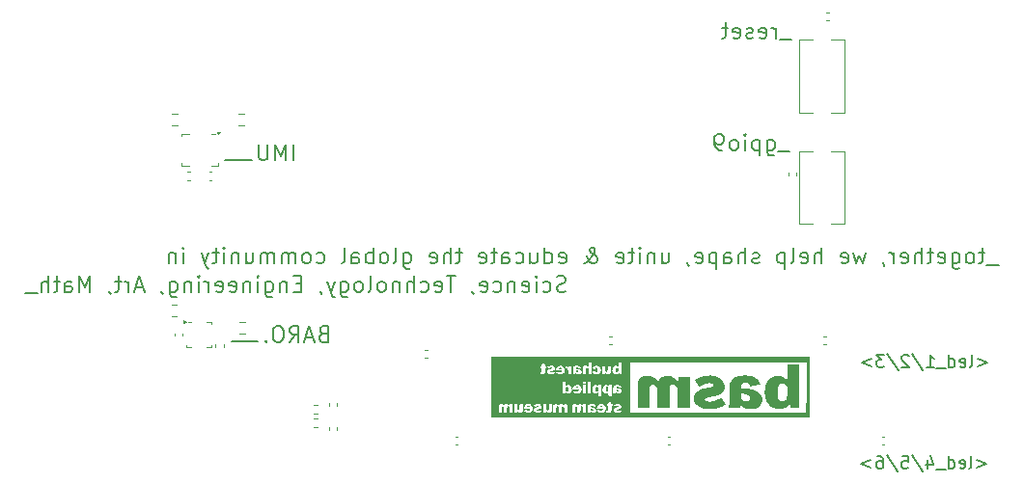
<source format=gbr>
%TF.GenerationSoftware,KiCad,Pcbnew,8.0.8-8.0.8-0~ubuntu24.04.1*%
%TF.CreationDate,2025-05-06T14:12:12+03:00*%
%TF.ProjectId,kicad_soundcard_dev_v0,6b696361-645f-4736-9f75-6e6463617264,rev?*%
%TF.SameCoordinates,Original*%
%TF.FileFunction,Legend,Bot*%
%TF.FilePolarity,Positive*%
%FSLAX46Y46*%
G04 Gerber Fmt 4.6, Leading zero omitted, Abs format (unit mm)*
G04 Created by KiCad (PCBNEW 8.0.8-8.0.8-0~ubuntu24.04.1) date 2025-05-06 14:12:12*
%MOMM*%
%LPD*%
G01*
G04 APERTURE LIST*
%ADD10C,0.155000*%
%ADD11C,0.190000*%
%ADD12C,0.000000*%
%ADD13C,0.120000*%
G04 APERTURE END LIST*
D10*
X223158027Y-106443987D02*
X223996122Y-106758273D01*
X223996122Y-106758273D02*
X223158027Y-107072559D01*
X222477074Y-107177320D02*
X222581836Y-107124940D01*
X222581836Y-107124940D02*
X222634217Y-107020178D01*
X222634217Y-107020178D02*
X222634217Y-106077320D01*
X221638979Y-107124940D02*
X221743741Y-107177320D01*
X221743741Y-107177320D02*
X221953265Y-107177320D01*
X221953265Y-107177320D02*
X222058027Y-107124940D01*
X222058027Y-107124940D02*
X222110408Y-107020178D01*
X222110408Y-107020178D02*
X222110408Y-106601130D01*
X222110408Y-106601130D02*
X222058027Y-106496368D01*
X222058027Y-106496368D02*
X221953265Y-106443987D01*
X221953265Y-106443987D02*
X221743741Y-106443987D01*
X221743741Y-106443987D02*
X221638979Y-106496368D01*
X221638979Y-106496368D02*
X221586598Y-106601130D01*
X221586598Y-106601130D02*
X221586598Y-106705892D01*
X221586598Y-106705892D02*
X222110408Y-106810654D01*
X220643741Y-107177320D02*
X220643741Y-106077320D01*
X220643741Y-107124940D02*
X220748503Y-107177320D01*
X220748503Y-107177320D02*
X220958027Y-107177320D01*
X220958027Y-107177320D02*
X221062789Y-107124940D01*
X221062789Y-107124940D02*
X221115170Y-107072559D01*
X221115170Y-107072559D02*
X221167551Y-106967797D01*
X221167551Y-106967797D02*
X221167551Y-106653511D01*
X221167551Y-106653511D02*
X221115170Y-106548749D01*
X221115170Y-106548749D02*
X221062789Y-106496368D01*
X221062789Y-106496368D02*
X220958027Y-106443987D01*
X220958027Y-106443987D02*
X220748503Y-106443987D01*
X220748503Y-106443987D02*
X220643741Y-106496368D01*
X220381837Y-107282082D02*
X219543741Y-107282082D01*
X218810408Y-106443987D02*
X218810408Y-107177320D01*
X219072313Y-106024940D02*
X219334218Y-106810654D01*
X219334218Y-106810654D02*
X218653265Y-106810654D01*
X217448503Y-106024940D02*
X218391361Y-107439225D01*
X216558027Y-106077320D02*
X217081837Y-106077320D01*
X217081837Y-106077320D02*
X217134218Y-106601130D01*
X217134218Y-106601130D02*
X217081837Y-106548749D01*
X217081837Y-106548749D02*
X216977075Y-106496368D01*
X216977075Y-106496368D02*
X216715170Y-106496368D01*
X216715170Y-106496368D02*
X216610408Y-106548749D01*
X216610408Y-106548749D02*
X216558027Y-106601130D01*
X216558027Y-106601130D02*
X216505646Y-106705892D01*
X216505646Y-106705892D02*
X216505646Y-106967797D01*
X216505646Y-106967797D02*
X216558027Y-107072559D01*
X216558027Y-107072559D02*
X216610408Y-107124940D01*
X216610408Y-107124940D02*
X216715170Y-107177320D01*
X216715170Y-107177320D02*
X216977075Y-107177320D01*
X216977075Y-107177320D02*
X217081837Y-107124940D01*
X217081837Y-107124940D02*
X217134218Y-107072559D01*
X215248503Y-106024940D02*
X216191361Y-107439225D01*
X214410408Y-106077320D02*
X214619932Y-106077320D01*
X214619932Y-106077320D02*
X214724694Y-106129701D01*
X214724694Y-106129701D02*
X214777075Y-106182082D01*
X214777075Y-106182082D02*
X214881837Y-106339225D01*
X214881837Y-106339225D02*
X214934218Y-106548749D01*
X214934218Y-106548749D02*
X214934218Y-106967797D01*
X214934218Y-106967797D02*
X214881837Y-107072559D01*
X214881837Y-107072559D02*
X214829456Y-107124940D01*
X214829456Y-107124940D02*
X214724694Y-107177320D01*
X214724694Y-107177320D02*
X214515170Y-107177320D01*
X214515170Y-107177320D02*
X214410408Y-107124940D01*
X214410408Y-107124940D02*
X214358027Y-107072559D01*
X214358027Y-107072559D02*
X214305646Y-106967797D01*
X214305646Y-106967797D02*
X214305646Y-106705892D01*
X214305646Y-106705892D02*
X214358027Y-106601130D01*
X214358027Y-106601130D02*
X214410408Y-106548749D01*
X214410408Y-106548749D02*
X214515170Y-106496368D01*
X214515170Y-106496368D02*
X214724694Y-106496368D01*
X214724694Y-106496368D02*
X214829456Y-106548749D01*
X214829456Y-106548749D02*
X214881837Y-106601130D01*
X214881837Y-106601130D02*
X214934218Y-106705892D01*
X213834218Y-106443987D02*
X212996123Y-106758273D01*
X212996123Y-106758273D02*
X213834218Y-107072559D01*
X223183027Y-97548987D02*
X224021122Y-97863273D01*
X224021122Y-97863273D02*
X223183027Y-98177559D01*
X222502074Y-98282320D02*
X222606836Y-98229940D01*
X222606836Y-98229940D02*
X222659217Y-98125178D01*
X222659217Y-98125178D02*
X222659217Y-97182320D01*
X221663979Y-98229940D02*
X221768741Y-98282320D01*
X221768741Y-98282320D02*
X221978265Y-98282320D01*
X221978265Y-98282320D02*
X222083027Y-98229940D01*
X222083027Y-98229940D02*
X222135408Y-98125178D01*
X222135408Y-98125178D02*
X222135408Y-97706130D01*
X222135408Y-97706130D02*
X222083027Y-97601368D01*
X222083027Y-97601368D02*
X221978265Y-97548987D01*
X221978265Y-97548987D02*
X221768741Y-97548987D01*
X221768741Y-97548987D02*
X221663979Y-97601368D01*
X221663979Y-97601368D02*
X221611598Y-97706130D01*
X221611598Y-97706130D02*
X221611598Y-97810892D01*
X221611598Y-97810892D02*
X222135408Y-97915654D01*
X220668741Y-98282320D02*
X220668741Y-97182320D01*
X220668741Y-98229940D02*
X220773503Y-98282320D01*
X220773503Y-98282320D02*
X220983027Y-98282320D01*
X220983027Y-98282320D02*
X221087789Y-98229940D01*
X221087789Y-98229940D02*
X221140170Y-98177559D01*
X221140170Y-98177559D02*
X221192551Y-98072797D01*
X221192551Y-98072797D02*
X221192551Y-97758511D01*
X221192551Y-97758511D02*
X221140170Y-97653749D01*
X221140170Y-97653749D02*
X221087789Y-97601368D01*
X221087789Y-97601368D02*
X220983027Y-97548987D01*
X220983027Y-97548987D02*
X220773503Y-97548987D01*
X220773503Y-97548987D02*
X220668741Y-97601368D01*
X220406837Y-98387082D02*
X219568741Y-98387082D01*
X218730646Y-98282320D02*
X219359218Y-98282320D01*
X219044932Y-98282320D02*
X219044932Y-97182320D01*
X219044932Y-97182320D02*
X219149694Y-97339463D01*
X219149694Y-97339463D02*
X219254456Y-97444225D01*
X219254456Y-97444225D02*
X219359218Y-97496606D01*
X217473503Y-97129940D02*
X218416361Y-98544225D01*
X217159218Y-97287082D02*
X217106837Y-97234701D01*
X217106837Y-97234701D02*
X217002075Y-97182320D01*
X217002075Y-97182320D02*
X216740170Y-97182320D01*
X216740170Y-97182320D02*
X216635408Y-97234701D01*
X216635408Y-97234701D02*
X216583027Y-97287082D01*
X216583027Y-97287082D02*
X216530646Y-97391844D01*
X216530646Y-97391844D02*
X216530646Y-97496606D01*
X216530646Y-97496606D02*
X216583027Y-97653749D01*
X216583027Y-97653749D02*
X217211599Y-98282320D01*
X217211599Y-98282320D02*
X216530646Y-98282320D01*
X215273503Y-97129940D02*
X216216361Y-98544225D01*
X215011599Y-97182320D02*
X214330646Y-97182320D01*
X214330646Y-97182320D02*
X214697313Y-97601368D01*
X214697313Y-97601368D02*
X214540170Y-97601368D01*
X214540170Y-97601368D02*
X214435408Y-97653749D01*
X214435408Y-97653749D02*
X214383027Y-97706130D01*
X214383027Y-97706130D02*
X214330646Y-97810892D01*
X214330646Y-97810892D02*
X214330646Y-98072797D01*
X214330646Y-98072797D02*
X214383027Y-98177559D01*
X214383027Y-98177559D02*
X214435408Y-98229940D01*
X214435408Y-98229940D02*
X214540170Y-98282320D01*
X214540170Y-98282320D02*
X214854456Y-98282320D01*
X214854456Y-98282320D02*
X214959218Y-98229940D01*
X214959218Y-98229940D02*
X215011599Y-98177559D01*
X213859218Y-97548987D02*
X213021123Y-97863273D01*
X213021123Y-97863273D02*
X213859218Y-98177559D01*
X206728027Y-79353940D02*
X205661360Y-79353940D01*
X204728026Y-78287273D02*
X204728026Y-79420606D01*
X204728026Y-79420606D02*
X204794693Y-79553940D01*
X204794693Y-79553940D02*
X204861360Y-79620606D01*
X204861360Y-79620606D02*
X204994693Y-79687273D01*
X204994693Y-79687273D02*
X205194693Y-79687273D01*
X205194693Y-79687273D02*
X205328026Y-79620606D01*
X204728026Y-79153940D02*
X204861360Y-79220606D01*
X204861360Y-79220606D02*
X205128026Y-79220606D01*
X205128026Y-79220606D02*
X205261360Y-79153940D01*
X205261360Y-79153940D02*
X205328026Y-79087273D01*
X205328026Y-79087273D02*
X205394693Y-78953940D01*
X205394693Y-78953940D02*
X205394693Y-78553940D01*
X205394693Y-78553940D02*
X205328026Y-78420606D01*
X205328026Y-78420606D02*
X205261360Y-78353940D01*
X205261360Y-78353940D02*
X205128026Y-78287273D01*
X205128026Y-78287273D02*
X204861360Y-78287273D01*
X204861360Y-78287273D02*
X204728026Y-78353940D01*
X204061359Y-78287273D02*
X204061359Y-79687273D01*
X204061359Y-78353940D02*
X203928026Y-78287273D01*
X203928026Y-78287273D02*
X203661359Y-78287273D01*
X203661359Y-78287273D02*
X203528026Y-78353940D01*
X203528026Y-78353940D02*
X203461359Y-78420606D01*
X203461359Y-78420606D02*
X203394693Y-78553940D01*
X203394693Y-78553940D02*
X203394693Y-78953940D01*
X203394693Y-78953940D02*
X203461359Y-79087273D01*
X203461359Y-79087273D02*
X203528026Y-79153940D01*
X203528026Y-79153940D02*
X203661359Y-79220606D01*
X203661359Y-79220606D02*
X203928026Y-79220606D01*
X203928026Y-79220606D02*
X204061359Y-79153940D01*
X202794692Y-79220606D02*
X202794692Y-78287273D01*
X202794692Y-77820606D02*
X202861359Y-77887273D01*
X202861359Y-77887273D02*
X202794692Y-77953940D01*
X202794692Y-77953940D02*
X202728026Y-77887273D01*
X202728026Y-77887273D02*
X202794692Y-77820606D01*
X202794692Y-77820606D02*
X202794692Y-77953940D01*
X201928025Y-79220606D02*
X202061359Y-79153940D01*
X202061359Y-79153940D02*
X202128025Y-79087273D01*
X202128025Y-79087273D02*
X202194692Y-78953940D01*
X202194692Y-78953940D02*
X202194692Y-78553940D01*
X202194692Y-78553940D02*
X202128025Y-78420606D01*
X202128025Y-78420606D02*
X202061359Y-78353940D01*
X202061359Y-78353940D02*
X201928025Y-78287273D01*
X201928025Y-78287273D02*
X201728025Y-78287273D01*
X201728025Y-78287273D02*
X201594692Y-78353940D01*
X201594692Y-78353940D02*
X201528025Y-78420606D01*
X201528025Y-78420606D02*
X201461359Y-78553940D01*
X201461359Y-78553940D02*
X201461359Y-78953940D01*
X201461359Y-78953940D02*
X201528025Y-79087273D01*
X201528025Y-79087273D02*
X201594692Y-79153940D01*
X201594692Y-79153940D02*
X201728025Y-79220606D01*
X201728025Y-79220606D02*
X201928025Y-79220606D01*
X200794692Y-79220606D02*
X200528025Y-79220606D01*
X200528025Y-79220606D02*
X200394692Y-79153940D01*
X200394692Y-79153940D02*
X200328025Y-79087273D01*
X200328025Y-79087273D02*
X200194692Y-78887273D01*
X200194692Y-78887273D02*
X200128025Y-78620606D01*
X200128025Y-78620606D02*
X200128025Y-78087273D01*
X200128025Y-78087273D02*
X200194692Y-77953940D01*
X200194692Y-77953940D02*
X200261358Y-77887273D01*
X200261358Y-77887273D02*
X200394692Y-77820606D01*
X200394692Y-77820606D02*
X200661358Y-77820606D01*
X200661358Y-77820606D02*
X200794692Y-77887273D01*
X200794692Y-77887273D02*
X200861358Y-77953940D01*
X200861358Y-77953940D02*
X200928025Y-78087273D01*
X200928025Y-78087273D02*
X200928025Y-78420606D01*
X200928025Y-78420606D02*
X200861358Y-78553940D01*
X200861358Y-78553940D02*
X200794692Y-78620606D01*
X200794692Y-78620606D02*
X200661358Y-78687273D01*
X200661358Y-78687273D02*
X200394692Y-78687273D01*
X200394692Y-78687273D02*
X200261358Y-78620606D01*
X200261358Y-78620606D02*
X200194692Y-78553940D01*
X200194692Y-78553940D02*
X200128025Y-78420606D01*
X206878027Y-69533940D02*
X205811360Y-69533940D01*
X205478026Y-69400606D02*
X205478026Y-68467273D01*
X205478026Y-68733940D02*
X205411360Y-68600606D01*
X205411360Y-68600606D02*
X205344693Y-68533940D01*
X205344693Y-68533940D02*
X205211360Y-68467273D01*
X205211360Y-68467273D02*
X205078026Y-68467273D01*
X204078026Y-69333940D02*
X204211359Y-69400606D01*
X204211359Y-69400606D02*
X204478026Y-69400606D01*
X204478026Y-69400606D02*
X204611359Y-69333940D01*
X204611359Y-69333940D02*
X204678026Y-69200606D01*
X204678026Y-69200606D02*
X204678026Y-68667273D01*
X204678026Y-68667273D02*
X204611359Y-68533940D01*
X204611359Y-68533940D02*
X204478026Y-68467273D01*
X204478026Y-68467273D02*
X204211359Y-68467273D01*
X204211359Y-68467273D02*
X204078026Y-68533940D01*
X204078026Y-68533940D02*
X204011359Y-68667273D01*
X204011359Y-68667273D02*
X204011359Y-68800606D01*
X204011359Y-68800606D02*
X204678026Y-68933940D01*
X203478026Y-69333940D02*
X203344693Y-69400606D01*
X203344693Y-69400606D02*
X203078026Y-69400606D01*
X203078026Y-69400606D02*
X202944693Y-69333940D01*
X202944693Y-69333940D02*
X202878026Y-69200606D01*
X202878026Y-69200606D02*
X202878026Y-69133940D01*
X202878026Y-69133940D02*
X202944693Y-69000606D01*
X202944693Y-69000606D02*
X203078026Y-68933940D01*
X203078026Y-68933940D02*
X203278026Y-68933940D01*
X203278026Y-68933940D02*
X203411359Y-68867273D01*
X203411359Y-68867273D02*
X203478026Y-68733940D01*
X203478026Y-68733940D02*
X203478026Y-68667273D01*
X203478026Y-68667273D02*
X203411359Y-68533940D01*
X203411359Y-68533940D02*
X203278026Y-68467273D01*
X203278026Y-68467273D02*
X203078026Y-68467273D01*
X203078026Y-68467273D02*
X202944693Y-68533940D01*
X201744693Y-69333940D02*
X201878026Y-69400606D01*
X201878026Y-69400606D02*
X202144693Y-69400606D01*
X202144693Y-69400606D02*
X202278026Y-69333940D01*
X202278026Y-69333940D02*
X202344693Y-69200606D01*
X202344693Y-69200606D02*
X202344693Y-68667273D01*
X202344693Y-68667273D02*
X202278026Y-68533940D01*
X202278026Y-68533940D02*
X202144693Y-68467273D01*
X202144693Y-68467273D02*
X201878026Y-68467273D01*
X201878026Y-68467273D02*
X201744693Y-68533940D01*
X201744693Y-68533940D02*
X201678026Y-68667273D01*
X201678026Y-68667273D02*
X201678026Y-68800606D01*
X201678026Y-68800606D02*
X202344693Y-68933940D01*
X201278026Y-68467273D02*
X200744693Y-68467273D01*
X201078026Y-68000606D02*
X201078026Y-69200606D01*
X201078026Y-69200606D02*
X201011360Y-69333940D01*
X201011360Y-69333940D02*
X200878026Y-69400606D01*
X200878026Y-69400606D02*
X200744693Y-69400606D01*
D11*
X187068333Y-91602120D02*
X186868333Y-91668786D01*
X186868333Y-91668786D02*
X186535000Y-91668786D01*
X186535000Y-91668786D02*
X186401666Y-91602120D01*
X186401666Y-91602120D02*
X186335000Y-91535453D01*
X186335000Y-91535453D02*
X186268333Y-91402120D01*
X186268333Y-91402120D02*
X186268333Y-91268786D01*
X186268333Y-91268786D02*
X186335000Y-91135453D01*
X186335000Y-91135453D02*
X186401666Y-91068786D01*
X186401666Y-91068786D02*
X186535000Y-91002120D01*
X186535000Y-91002120D02*
X186801666Y-90935453D01*
X186801666Y-90935453D02*
X186935000Y-90868786D01*
X186935000Y-90868786D02*
X187001666Y-90802120D01*
X187001666Y-90802120D02*
X187068333Y-90668786D01*
X187068333Y-90668786D02*
X187068333Y-90535453D01*
X187068333Y-90535453D02*
X187001666Y-90402120D01*
X187001666Y-90402120D02*
X186935000Y-90335453D01*
X186935000Y-90335453D02*
X186801666Y-90268786D01*
X186801666Y-90268786D02*
X186468333Y-90268786D01*
X186468333Y-90268786D02*
X186268333Y-90335453D01*
X185068333Y-91602120D02*
X185201667Y-91668786D01*
X185201667Y-91668786D02*
X185468333Y-91668786D01*
X185468333Y-91668786D02*
X185601667Y-91602120D01*
X185601667Y-91602120D02*
X185668333Y-91535453D01*
X185668333Y-91535453D02*
X185735000Y-91402120D01*
X185735000Y-91402120D02*
X185735000Y-91002120D01*
X185735000Y-91002120D02*
X185668333Y-90868786D01*
X185668333Y-90868786D02*
X185601667Y-90802120D01*
X185601667Y-90802120D02*
X185468333Y-90735453D01*
X185468333Y-90735453D02*
X185201667Y-90735453D01*
X185201667Y-90735453D02*
X185068333Y-90802120D01*
X184468333Y-91668786D02*
X184468333Y-90735453D01*
X184468333Y-90268786D02*
X184535000Y-90335453D01*
X184535000Y-90335453D02*
X184468333Y-90402120D01*
X184468333Y-90402120D02*
X184401667Y-90335453D01*
X184401667Y-90335453D02*
X184468333Y-90268786D01*
X184468333Y-90268786D02*
X184468333Y-90402120D01*
X183268333Y-91602120D02*
X183401666Y-91668786D01*
X183401666Y-91668786D02*
X183668333Y-91668786D01*
X183668333Y-91668786D02*
X183801666Y-91602120D01*
X183801666Y-91602120D02*
X183868333Y-91468786D01*
X183868333Y-91468786D02*
X183868333Y-90935453D01*
X183868333Y-90935453D02*
X183801666Y-90802120D01*
X183801666Y-90802120D02*
X183668333Y-90735453D01*
X183668333Y-90735453D02*
X183401666Y-90735453D01*
X183401666Y-90735453D02*
X183268333Y-90802120D01*
X183268333Y-90802120D02*
X183201666Y-90935453D01*
X183201666Y-90935453D02*
X183201666Y-91068786D01*
X183201666Y-91068786D02*
X183868333Y-91202120D01*
X182601666Y-90735453D02*
X182601666Y-91668786D01*
X182601666Y-90868786D02*
X182535000Y-90802120D01*
X182535000Y-90802120D02*
X182401666Y-90735453D01*
X182401666Y-90735453D02*
X182201666Y-90735453D01*
X182201666Y-90735453D02*
X182068333Y-90802120D01*
X182068333Y-90802120D02*
X182001666Y-90935453D01*
X182001666Y-90935453D02*
X182001666Y-91668786D01*
X180734999Y-91602120D02*
X180868333Y-91668786D01*
X180868333Y-91668786D02*
X181134999Y-91668786D01*
X181134999Y-91668786D02*
X181268333Y-91602120D01*
X181268333Y-91602120D02*
X181334999Y-91535453D01*
X181334999Y-91535453D02*
X181401666Y-91402120D01*
X181401666Y-91402120D02*
X181401666Y-91002120D01*
X181401666Y-91002120D02*
X181334999Y-90868786D01*
X181334999Y-90868786D02*
X181268333Y-90802120D01*
X181268333Y-90802120D02*
X181134999Y-90735453D01*
X181134999Y-90735453D02*
X180868333Y-90735453D01*
X180868333Y-90735453D02*
X180734999Y-90802120D01*
X179601666Y-91602120D02*
X179734999Y-91668786D01*
X179734999Y-91668786D02*
X180001666Y-91668786D01*
X180001666Y-91668786D02*
X180134999Y-91602120D01*
X180134999Y-91602120D02*
X180201666Y-91468786D01*
X180201666Y-91468786D02*
X180201666Y-90935453D01*
X180201666Y-90935453D02*
X180134999Y-90802120D01*
X180134999Y-90802120D02*
X180001666Y-90735453D01*
X180001666Y-90735453D02*
X179734999Y-90735453D01*
X179734999Y-90735453D02*
X179601666Y-90802120D01*
X179601666Y-90802120D02*
X179534999Y-90935453D01*
X179534999Y-90935453D02*
X179534999Y-91068786D01*
X179534999Y-91068786D02*
X180201666Y-91202120D01*
X178868333Y-91602120D02*
X178868333Y-91668786D01*
X178868333Y-91668786D02*
X178934999Y-91802120D01*
X178934999Y-91802120D02*
X179001666Y-91868786D01*
X177401665Y-90268786D02*
X176601665Y-90268786D01*
X177001665Y-91668786D02*
X177001665Y-90268786D01*
X175601665Y-91602120D02*
X175734998Y-91668786D01*
X175734998Y-91668786D02*
X176001665Y-91668786D01*
X176001665Y-91668786D02*
X176134998Y-91602120D01*
X176134998Y-91602120D02*
X176201665Y-91468786D01*
X176201665Y-91468786D02*
X176201665Y-90935453D01*
X176201665Y-90935453D02*
X176134998Y-90802120D01*
X176134998Y-90802120D02*
X176001665Y-90735453D01*
X176001665Y-90735453D02*
X175734998Y-90735453D01*
X175734998Y-90735453D02*
X175601665Y-90802120D01*
X175601665Y-90802120D02*
X175534998Y-90935453D01*
X175534998Y-90935453D02*
X175534998Y-91068786D01*
X175534998Y-91068786D02*
X176201665Y-91202120D01*
X174334998Y-91602120D02*
X174468332Y-91668786D01*
X174468332Y-91668786D02*
X174734998Y-91668786D01*
X174734998Y-91668786D02*
X174868332Y-91602120D01*
X174868332Y-91602120D02*
X174934998Y-91535453D01*
X174934998Y-91535453D02*
X175001665Y-91402120D01*
X175001665Y-91402120D02*
X175001665Y-91002120D01*
X175001665Y-91002120D02*
X174934998Y-90868786D01*
X174934998Y-90868786D02*
X174868332Y-90802120D01*
X174868332Y-90802120D02*
X174734998Y-90735453D01*
X174734998Y-90735453D02*
X174468332Y-90735453D01*
X174468332Y-90735453D02*
X174334998Y-90802120D01*
X173734998Y-91668786D02*
X173734998Y-90268786D01*
X173134998Y-91668786D02*
X173134998Y-90935453D01*
X173134998Y-90935453D02*
X173201665Y-90802120D01*
X173201665Y-90802120D02*
X173334998Y-90735453D01*
X173334998Y-90735453D02*
X173534998Y-90735453D01*
X173534998Y-90735453D02*
X173668332Y-90802120D01*
X173668332Y-90802120D02*
X173734998Y-90868786D01*
X172468331Y-90735453D02*
X172468331Y-91668786D01*
X172468331Y-90868786D02*
X172401665Y-90802120D01*
X172401665Y-90802120D02*
X172268331Y-90735453D01*
X172268331Y-90735453D02*
X172068331Y-90735453D01*
X172068331Y-90735453D02*
X171934998Y-90802120D01*
X171934998Y-90802120D02*
X171868331Y-90935453D01*
X171868331Y-90935453D02*
X171868331Y-91668786D01*
X171001664Y-91668786D02*
X171134998Y-91602120D01*
X171134998Y-91602120D02*
X171201664Y-91535453D01*
X171201664Y-91535453D02*
X171268331Y-91402120D01*
X171268331Y-91402120D02*
X171268331Y-91002120D01*
X171268331Y-91002120D02*
X171201664Y-90868786D01*
X171201664Y-90868786D02*
X171134998Y-90802120D01*
X171134998Y-90802120D02*
X171001664Y-90735453D01*
X171001664Y-90735453D02*
X170801664Y-90735453D01*
X170801664Y-90735453D02*
X170668331Y-90802120D01*
X170668331Y-90802120D02*
X170601664Y-90868786D01*
X170601664Y-90868786D02*
X170534998Y-91002120D01*
X170534998Y-91002120D02*
X170534998Y-91402120D01*
X170534998Y-91402120D02*
X170601664Y-91535453D01*
X170601664Y-91535453D02*
X170668331Y-91602120D01*
X170668331Y-91602120D02*
X170801664Y-91668786D01*
X170801664Y-91668786D02*
X171001664Y-91668786D01*
X169734997Y-91668786D02*
X169868331Y-91602120D01*
X169868331Y-91602120D02*
X169934997Y-91468786D01*
X169934997Y-91468786D02*
X169934997Y-90268786D01*
X169001664Y-91668786D02*
X169134998Y-91602120D01*
X169134998Y-91602120D02*
X169201664Y-91535453D01*
X169201664Y-91535453D02*
X169268331Y-91402120D01*
X169268331Y-91402120D02*
X169268331Y-91002120D01*
X169268331Y-91002120D02*
X169201664Y-90868786D01*
X169201664Y-90868786D02*
X169134998Y-90802120D01*
X169134998Y-90802120D02*
X169001664Y-90735453D01*
X169001664Y-90735453D02*
X168801664Y-90735453D01*
X168801664Y-90735453D02*
X168668331Y-90802120D01*
X168668331Y-90802120D02*
X168601664Y-90868786D01*
X168601664Y-90868786D02*
X168534998Y-91002120D01*
X168534998Y-91002120D02*
X168534998Y-91402120D01*
X168534998Y-91402120D02*
X168601664Y-91535453D01*
X168601664Y-91535453D02*
X168668331Y-91602120D01*
X168668331Y-91602120D02*
X168801664Y-91668786D01*
X168801664Y-91668786D02*
X169001664Y-91668786D01*
X167334997Y-90735453D02*
X167334997Y-91868786D01*
X167334997Y-91868786D02*
X167401664Y-92002120D01*
X167401664Y-92002120D02*
X167468331Y-92068786D01*
X167468331Y-92068786D02*
X167601664Y-92135453D01*
X167601664Y-92135453D02*
X167801664Y-92135453D01*
X167801664Y-92135453D02*
X167934997Y-92068786D01*
X167334997Y-91602120D02*
X167468331Y-91668786D01*
X167468331Y-91668786D02*
X167734997Y-91668786D01*
X167734997Y-91668786D02*
X167868331Y-91602120D01*
X167868331Y-91602120D02*
X167934997Y-91535453D01*
X167934997Y-91535453D02*
X168001664Y-91402120D01*
X168001664Y-91402120D02*
X168001664Y-91002120D01*
X168001664Y-91002120D02*
X167934997Y-90868786D01*
X167934997Y-90868786D02*
X167868331Y-90802120D01*
X167868331Y-90802120D02*
X167734997Y-90735453D01*
X167734997Y-90735453D02*
X167468331Y-90735453D01*
X167468331Y-90735453D02*
X167334997Y-90802120D01*
X166801664Y-90735453D02*
X166468330Y-91668786D01*
X166134997Y-90735453D02*
X166468330Y-91668786D01*
X166468330Y-91668786D02*
X166601664Y-92002120D01*
X166601664Y-92002120D02*
X166668330Y-92068786D01*
X166668330Y-92068786D02*
X166801664Y-92135453D01*
X165534997Y-91602120D02*
X165534997Y-91668786D01*
X165534997Y-91668786D02*
X165601663Y-91802120D01*
X165601663Y-91802120D02*
X165668330Y-91868786D01*
X163868329Y-90935453D02*
X163401663Y-90935453D01*
X163201663Y-91668786D02*
X163868329Y-91668786D01*
X163868329Y-91668786D02*
X163868329Y-90268786D01*
X163868329Y-90268786D02*
X163201663Y-90268786D01*
X162601662Y-90735453D02*
X162601662Y-91668786D01*
X162601662Y-90868786D02*
X162534996Y-90802120D01*
X162534996Y-90802120D02*
X162401662Y-90735453D01*
X162401662Y-90735453D02*
X162201662Y-90735453D01*
X162201662Y-90735453D02*
X162068329Y-90802120D01*
X162068329Y-90802120D02*
X162001662Y-90935453D01*
X162001662Y-90935453D02*
X162001662Y-91668786D01*
X160734995Y-90735453D02*
X160734995Y-91868786D01*
X160734995Y-91868786D02*
X160801662Y-92002120D01*
X160801662Y-92002120D02*
X160868329Y-92068786D01*
X160868329Y-92068786D02*
X161001662Y-92135453D01*
X161001662Y-92135453D02*
X161201662Y-92135453D01*
X161201662Y-92135453D02*
X161334995Y-92068786D01*
X160734995Y-91602120D02*
X160868329Y-91668786D01*
X160868329Y-91668786D02*
X161134995Y-91668786D01*
X161134995Y-91668786D02*
X161268329Y-91602120D01*
X161268329Y-91602120D02*
X161334995Y-91535453D01*
X161334995Y-91535453D02*
X161401662Y-91402120D01*
X161401662Y-91402120D02*
X161401662Y-91002120D01*
X161401662Y-91002120D02*
X161334995Y-90868786D01*
X161334995Y-90868786D02*
X161268329Y-90802120D01*
X161268329Y-90802120D02*
X161134995Y-90735453D01*
X161134995Y-90735453D02*
X160868329Y-90735453D01*
X160868329Y-90735453D02*
X160734995Y-90802120D01*
X160068328Y-91668786D02*
X160068328Y-90735453D01*
X160068328Y-90268786D02*
X160134995Y-90335453D01*
X160134995Y-90335453D02*
X160068328Y-90402120D01*
X160068328Y-90402120D02*
X160001662Y-90335453D01*
X160001662Y-90335453D02*
X160068328Y-90268786D01*
X160068328Y-90268786D02*
X160068328Y-90402120D01*
X159401661Y-90735453D02*
X159401661Y-91668786D01*
X159401661Y-90868786D02*
X159334995Y-90802120D01*
X159334995Y-90802120D02*
X159201661Y-90735453D01*
X159201661Y-90735453D02*
X159001661Y-90735453D01*
X159001661Y-90735453D02*
X158868328Y-90802120D01*
X158868328Y-90802120D02*
X158801661Y-90935453D01*
X158801661Y-90935453D02*
X158801661Y-91668786D01*
X157601661Y-91602120D02*
X157734994Y-91668786D01*
X157734994Y-91668786D02*
X158001661Y-91668786D01*
X158001661Y-91668786D02*
X158134994Y-91602120D01*
X158134994Y-91602120D02*
X158201661Y-91468786D01*
X158201661Y-91468786D02*
X158201661Y-90935453D01*
X158201661Y-90935453D02*
X158134994Y-90802120D01*
X158134994Y-90802120D02*
X158001661Y-90735453D01*
X158001661Y-90735453D02*
X157734994Y-90735453D01*
X157734994Y-90735453D02*
X157601661Y-90802120D01*
X157601661Y-90802120D02*
X157534994Y-90935453D01*
X157534994Y-90935453D02*
X157534994Y-91068786D01*
X157534994Y-91068786D02*
X158201661Y-91202120D01*
X156401661Y-91602120D02*
X156534994Y-91668786D01*
X156534994Y-91668786D02*
X156801661Y-91668786D01*
X156801661Y-91668786D02*
X156934994Y-91602120D01*
X156934994Y-91602120D02*
X157001661Y-91468786D01*
X157001661Y-91468786D02*
X157001661Y-90935453D01*
X157001661Y-90935453D02*
X156934994Y-90802120D01*
X156934994Y-90802120D02*
X156801661Y-90735453D01*
X156801661Y-90735453D02*
X156534994Y-90735453D01*
X156534994Y-90735453D02*
X156401661Y-90802120D01*
X156401661Y-90802120D02*
X156334994Y-90935453D01*
X156334994Y-90935453D02*
X156334994Y-91068786D01*
X156334994Y-91068786D02*
X157001661Y-91202120D01*
X155734994Y-91668786D02*
X155734994Y-90735453D01*
X155734994Y-91002120D02*
X155668328Y-90868786D01*
X155668328Y-90868786D02*
X155601661Y-90802120D01*
X155601661Y-90802120D02*
X155468328Y-90735453D01*
X155468328Y-90735453D02*
X155334994Y-90735453D01*
X154868327Y-91668786D02*
X154868327Y-90735453D01*
X154868327Y-90268786D02*
X154934994Y-90335453D01*
X154934994Y-90335453D02*
X154868327Y-90402120D01*
X154868327Y-90402120D02*
X154801661Y-90335453D01*
X154801661Y-90335453D02*
X154868327Y-90268786D01*
X154868327Y-90268786D02*
X154868327Y-90402120D01*
X154201660Y-90735453D02*
X154201660Y-91668786D01*
X154201660Y-90868786D02*
X154134994Y-90802120D01*
X154134994Y-90802120D02*
X154001660Y-90735453D01*
X154001660Y-90735453D02*
X153801660Y-90735453D01*
X153801660Y-90735453D02*
X153668327Y-90802120D01*
X153668327Y-90802120D02*
X153601660Y-90935453D01*
X153601660Y-90935453D02*
X153601660Y-91668786D01*
X152334993Y-90735453D02*
X152334993Y-91868786D01*
X152334993Y-91868786D02*
X152401660Y-92002120D01*
X152401660Y-92002120D02*
X152468327Y-92068786D01*
X152468327Y-92068786D02*
X152601660Y-92135453D01*
X152601660Y-92135453D02*
X152801660Y-92135453D01*
X152801660Y-92135453D02*
X152934993Y-92068786D01*
X152334993Y-91602120D02*
X152468327Y-91668786D01*
X152468327Y-91668786D02*
X152734993Y-91668786D01*
X152734993Y-91668786D02*
X152868327Y-91602120D01*
X152868327Y-91602120D02*
X152934993Y-91535453D01*
X152934993Y-91535453D02*
X153001660Y-91402120D01*
X153001660Y-91402120D02*
X153001660Y-91002120D01*
X153001660Y-91002120D02*
X152934993Y-90868786D01*
X152934993Y-90868786D02*
X152868327Y-90802120D01*
X152868327Y-90802120D02*
X152734993Y-90735453D01*
X152734993Y-90735453D02*
X152468327Y-90735453D01*
X152468327Y-90735453D02*
X152334993Y-90802120D01*
X151601660Y-91602120D02*
X151601660Y-91668786D01*
X151601660Y-91668786D02*
X151668326Y-91802120D01*
X151668326Y-91802120D02*
X151734993Y-91868786D01*
X150001659Y-91268786D02*
X149334992Y-91268786D01*
X150134992Y-91668786D02*
X149668326Y-90268786D01*
X149668326Y-90268786D02*
X149201659Y-91668786D01*
X148734992Y-91668786D02*
X148734992Y-90735453D01*
X148734992Y-91002120D02*
X148668326Y-90868786D01*
X148668326Y-90868786D02*
X148601659Y-90802120D01*
X148601659Y-90802120D02*
X148468326Y-90735453D01*
X148468326Y-90735453D02*
X148334992Y-90735453D01*
X148068325Y-90735453D02*
X147534992Y-90735453D01*
X147868325Y-90268786D02*
X147868325Y-91468786D01*
X147868325Y-91468786D02*
X147801659Y-91602120D01*
X147801659Y-91602120D02*
X147668325Y-91668786D01*
X147668325Y-91668786D02*
X147534992Y-91668786D01*
X147001659Y-91602120D02*
X147001659Y-91668786D01*
X147001659Y-91668786D02*
X147068325Y-91802120D01*
X147068325Y-91802120D02*
X147134992Y-91868786D01*
X145334991Y-91668786D02*
X145334991Y-90268786D01*
X145334991Y-90268786D02*
X144868325Y-91268786D01*
X144868325Y-91268786D02*
X144401658Y-90268786D01*
X144401658Y-90268786D02*
X144401658Y-91668786D01*
X143134991Y-91668786D02*
X143134991Y-90935453D01*
X143134991Y-90935453D02*
X143201658Y-90802120D01*
X143201658Y-90802120D02*
X143334991Y-90735453D01*
X143334991Y-90735453D02*
X143601658Y-90735453D01*
X143601658Y-90735453D02*
X143734991Y-90802120D01*
X143134991Y-91602120D02*
X143268325Y-91668786D01*
X143268325Y-91668786D02*
X143601658Y-91668786D01*
X143601658Y-91668786D02*
X143734991Y-91602120D01*
X143734991Y-91602120D02*
X143801658Y-91468786D01*
X143801658Y-91468786D02*
X143801658Y-91335453D01*
X143801658Y-91335453D02*
X143734991Y-91202120D01*
X143734991Y-91202120D02*
X143601658Y-91135453D01*
X143601658Y-91135453D02*
X143268325Y-91135453D01*
X143268325Y-91135453D02*
X143134991Y-91068786D01*
X142668324Y-90735453D02*
X142134991Y-90735453D01*
X142468324Y-90268786D02*
X142468324Y-91468786D01*
X142468324Y-91468786D02*
X142401658Y-91602120D01*
X142401658Y-91602120D02*
X142268324Y-91668786D01*
X142268324Y-91668786D02*
X142134991Y-91668786D01*
X141668324Y-91668786D02*
X141668324Y-90268786D01*
X141068324Y-91668786D02*
X141068324Y-90935453D01*
X141068324Y-90935453D02*
X141134991Y-90802120D01*
X141134991Y-90802120D02*
X141268324Y-90735453D01*
X141268324Y-90735453D02*
X141468324Y-90735453D01*
X141468324Y-90735453D02*
X141601658Y-90802120D01*
X141601658Y-90802120D02*
X141668324Y-90868786D01*
X140734991Y-91802120D02*
X139668324Y-91802120D01*
X225025000Y-89292120D02*
X223958333Y-89292120D01*
X223824999Y-88225453D02*
X223291666Y-88225453D01*
X223624999Y-87758786D02*
X223624999Y-88958786D01*
X223624999Y-88958786D02*
X223558333Y-89092120D01*
X223558333Y-89092120D02*
X223424999Y-89158786D01*
X223424999Y-89158786D02*
X223291666Y-89158786D01*
X222624999Y-89158786D02*
X222758333Y-89092120D01*
X222758333Y-89092120D02*
X222824999Y-89025453D01*
X222824999Y-89025453D02*
X222891666Y-88892120D01*
X222891666Y-88892120D02*
X222891666Y-88492120D01*
X222891666Y-88492120D02*
X222824999Y-88358786D01*
X222824999Y-88358786D02*
X222758333Y-88292120D01*
X222758333Y-88292120D02*
X222624999Y-88225453D01*
X222624999Y-88225453D02*
X222424999Y-88225453D01*
X222424999Y-88225453D02*
X222291666Y-88292120D01*
X222291666Y-88292120D02*
X222224999Y-88358786D01*
X222224999Y-88358786D02*
X222158333Y-88492120D01*
X222158333Y-88492120D02*
X222158333Y-88892120D01*
X222158333Y-88892120D02*
X222224999Y-89025453D01*
X222224999Y-89025453D02*
X222291666Y-89092120D01*
X222291666Y-89092120D02*
X222424999Y-89158786D01*
X222424999Y-89158786D02*
X222624999Y-89158786D01*
X220958332Y-88225453D02*
X220958332Y-89358786D01*
X220958332Y-89358786D02*
X221024999Y-89492120D01*
X221024999Y-89492120D02*
X221091666Y-89558786D01*
X221091666Y-89558786D02*
X221224999Y-89625453D01*
X221224999Y-89625453D02*
X221424999Y-89625453D01*
X221424999Y-89625453D02*
X221558332Y-89558786D01*
X220958332Y-89092120D02*
X221091666Y-89158786D01*
X221091666Y-89158786D02*
X221358332Y-89158786D01*
X221358332Y-89158786D02*
X221491666Y-89092120D01*
X221491666Y-89092120D02*
X221558332Y-89025453D01*
X221558332Y-89025453D02*
X221624999Y-88892120D01*
X221624999Y-88892120D02*
X221624999Y-88492120D01*
X221624999Y-88492120D02*
X221558332Y-88358786D01*
X221558332Y-88358786D02*
X221491666Y-88292120D01*
X221491666Y-88292120D02*
X221358332Y-88225453D01*
X221358332Y-88225453D02*
X221091666Y-88225453D01*
X221091666Y-88225453D02*
X220958332Y-88292120D01*
X219758332Y-89092120D02*
X219891665Y-89158786D01*
X219891665Y-89158786D02*
X220158332Y-89158786D01*
X220158332Y-89158786D02*
X220291665Y-89092120D01*
X220291665Y-89092120D02*
X220358332Y-88958786D01*
X220358332Y-88958786D02*
X220358332Y-88425453D01*
X220358332Y-88425453D02*
X220291665Y-88292120D01*
X220291665Y-88292120D02*
X220158332Y-88225453D01*
X220158332Y-88225453D02*
X219891665Y-88225453D01*
X219891665Y-88225453D02*
X219758332Y-88292120D01*
X219758332Y-88292120D02*
X219691665Y-88425453D01*
X219691665Y-88425453D02*
X219691665Y-88558786D01*
X219691665Y-88558786D02*
X220358332Y-88692120D01*
X219291665Y-88225453D02*
X218758332Y-88225453D01*
X219091665Y-87758786D02*
X219091665Y-88958786D01*
X219091665Y-88958786D02*
X219024999Y-89092120D01*
X219024999Y-89092120D02*
X218891665Y-89158786D01*
X218891665Y-89158786D02*
X218758332Y-89158786D01*
X218291665Y-89158786D02*
X218291665Y-87758786D01*
X217691665Y-89158786D02*
X217691665Y-88425453D01*
X217691665Y-88425453D02*
X217758332Y-88292120D01*
X217758332Y-88292120D02*
X217891665Y-88225453D01*
X217891665Y-88225453D02*
X218091665Y-88225453D01*
X218091665Y-88225453D02*
X218224999Y-88292120D01*
X218224999Y-88292120D02*
X218291665Y-88358786D01*
X216491665Y-89092120D02*
X216624998Y-89158786D01*
X216624998Y-89158786D02*
X216891665Y-89158786D01*
X216891665Y-89158786D02*
X217024998Y-89092120D01*
X217024998Y-89092120D02*
X217091665Y-88958786D01*
X217091665Y-88958786D02*
X217091665Y-88425453D01*
X217091665Y-88425453D02*
X217024998Y-88292120D01*
X217024998Y-88292120D02*
X216891665Y-88225453D01*
X216891665Y-88225453D02*
X216624998Y-88225453D01*
X216624998Y-88225453D02*
X216491665Y-88292120D01*
X216491665Y-88292120D02*
X216424998Y-88425453D01*
X216424998Y-88425453D02*
X216424998Y-88558786D01*
X216424998Y-88558786D02*
X217091665Y-88692120D01*
X215824998Y-89158786D02*
X215824998Y-88225453D01*
X215824998Y-88492120D02*
X215758332Y-88358786D01*
X215758332Y-88358786D02*
X215691665Y-88292120D01*
X215691665Y-88292120D02*
X215558332Y-88225453D01*
X215558332Y-88225453D02*
X215424998Y-88225453D01*
X214891665Y-89092120D02*
X214891665Y-89158786D01*
X214891665Y-89158786D02*
X214958331Y-89292120D01*
X214958331Y-89292120D02*
X215024998Y-89358786D01*
X213358331Y-88225453D02*
X213091664Y-89158786D01*
X213091664Y-89158786D02*
X212824997Y-88492120D01*
X212824997Y-88492120D02*
X212558331Y-89158786D01*
X212558331Y-89158786D02*
X212291664Y-88225453D01*
X211224997Y-89092120D02*
X211358330Y-89158786D01*
X211358330Y-89158786D02*
X211624997Y-89158786D01*
X211624997Y-89158786D02*
X211758330Y-89092120D01*
X211758330Y-89092120D02*
X211824997Y-88958786D01*
X211824997Y-88958786D02*
X211824997Y-88425453D01*
X211824997Y-88425453D02*
X211758330Y-88292120D01*
X211758330Y-88292120D02*
X211624997Y-88225453D01*
X211624997Y-88225453D02*
X211358330Y-88225453D01*
X211358330Y-88225453D02*
X211224997Y-88292120D01*
X211224997Y-88292120D02*
X211158330Y-88425453D01*
X211158330Y-88425453D02*
X211158330Y-88558786D01*
X211158330Y-88558786D02*
X211824997Y-88692120D01*
X209491663Y-89158786D02*
X209491663Y-87758786D01*
X208891663Y-89158786D02*
X208891663Y-88425453D01*
X208891663Y-88425453D02*
X208958330Y-88292120D01*
X208958330Y-88292120D02*
X209091663Y-88225453D01*
X209091663Y-88225453D02*
X209291663Y-88225453D01*
X209291663Y-88225453D02*
X209424997Y-88292120D01*
X209424997Y-88292120D02*
X209491663Y-88358786D01*
X207691663Y-89092120D02*
X207824996Y-89158786D01*
X207824996Y-89158786D02*
X208091663Y-89158786D01*
X208091663Y-89158786D02*
X208224996Y-89092120D01*
X208224996Y-89092120D02*
X208291663Y-88958786D01*
X208291663Y-88958786D02*
X208291663Y-88425453D01*
X208291663Y-88425453D02*
X208224996Y-88292120D01*
X208224996Y-88292120D02*
X208091663Y-88225453D01*
X208091663Y-88225453D02*
X207824996Y-88225453D01*
X207824996Y-88225453D02*
X207691663Y-88292120D01*
X207691663Y-88292120D02*
X207624996Y-88425453D01*
X207624996Y-88425453D02*
X207624996Y-88558786D01*
X207624996Y-88558786D02*
X208291663Y-88692120D01*
X206824996Y-89158786D02*
X206958330Y-89092120D01*
X206958330Y-89092120D02*
X207024996Y-88958786D01*
X207024996Y-88958786D02*
X207024996Y-87758786D01*
X206291663Y-88225453D02*
X206291663Y-89625453D01*
X206291663Y-88292120D02*
X206158330Y-88225453D01*
X206158330Y-88225453D02*
X205891663Y-88225453D01*
X205891663Y-88225453D02*
X205758330Y-88292120D01*
X205758330Y-88292120D02*
X205691663Y-88358786D01*
X205691663Y-88358786D02*
X205624997Y-88492120D01*
X205624997Y-88492120D02*
X205624997Y-88892120D01*
X205624997Y-88892120D02*
X205691663Y-89025453D01*
X205691663Y-89025453D02*
X205758330Y-89092120D01*
X205758330Y-89092120D02*
X205891663Y-89158786D01*
X205891663Y-89158786D02*
X206158330Y-89158786D01*
X206158330Y-89158786D02*
X206291663Y-89092120D01*
X204024996Y-89092120D02*
X203891663Y-89158786D01*
X203891663Y-89158786D02*
X203624996Y-89158786D01*
X203624996Y-89158786D02*
X203491663Y-89092120D01*
X203491663Y-89092120D02*
X203424996Y-88958786D01*
X203424996Y-88958786D02*
X203424996Y-88892120D01*
X203424996Y-88892120D02*
X203491663Y-88758786D01*
X203491663Y-88758786D02*
X203624996Y-88692120D01*
X203624996Y-88692120D02*
X203824996Y-88692120D01*
X203824996Y-88692120D02*
X203958329Y-88625453D01*
X203958329Y-88625453D02*
X204024996Y-88492120D01*
X204024996Y-88492120D02*
X204024996Y-88425453D01*
X204024996Y-88425453D02*
X203958329Y-88292120D01*
X203958329Y-88292120D02*
X203824996Y-88225453D01*
X203824996Y-88225453D02*
X203624996Y-88225453D01*
X203624996Y-88225453D02*
X203491663Y-88292120D01*
X202824996Y-89158786D02*
X202824996Y-87758786D01*
X202224996Y-89158786D02*
X202224996Y-88425453D01*
X202224996Y-88425453D02*
X202291663Y-88292120D01*
X202291663Y-88292120D02*
X202424996Y-88225453D01*
X202424996Y-88225453D02*
X202624996Y-88225453D01*
X202624996Y-88225453D02*
X202758330Y-88292120D01*
X202758330Y-88292120D02*
X202824996Y-88358786D01*
X200958329Y-89158786D02*
X200958329Y-88425453D01*
X200958329Y-88425453D02*
X201024996Y-88292120D01*
X201024996Y-88292120D02*
X201158329Y-88225453D01*
X201158329Y-88225453D02*
X201424996Y-88225453D01*
X201424996Y-88225453D02*
X201558329Y-88292120D01*
X200958329Y-89092120D02*
X201091663Y-89158786D01*
X201091663Y-89158786D02*
X201424996Y-89158786D01*
X201424996Y-89158786D02*
X201558329Y-89092120D01*
X201558329Y-89092120D02*
X201624996Y-88958786D01*
X201624996Y-88958786D02*
X201624996Y-88825453D01*
X201624996Y-88825453D02*
X201558329Y-88692120D01*
X201558329Y-88692120D02*
X201424996Y-88625453D01*
X201424996Y-88625453D02*
X201091663Y-88625453D01*
X201091663Y-88625453D02*
X200958329Y-88558786D01*
X200291662Y-88225453D02*
X200291662Y-89625453D01*
X200291662Y-88292120D02*
X200158329Y-88225453D01*
X200158329Y-88225453D02*
X199891662Y-88225453D01*
X199891662Y-88225453D02*
X199758329Y-88292120D01*
X199758329Y-88292120D02*
X199691662Y-88358786D01*
X199691662Y-88358786D02*
X199624996Y-88492120D01*
X199624996Y-88492120D02*
X199624996Y-88892120D01*
X199624996Y-88892120D02*
X199691662Y-89025453D01*
X199691662Y-89025453D02*
X199758329Y-89092120D01*
X199758329Y-89092120D02*
X199891662Y-89158786D01*
X199891662Y-89158786D02*
X200158329Y-89158786D01*
X200158329Y-89158786D02*
X200291662Y-89092120D01*
X198491662Y-89092120D02*
X198624995Y-89158786D01*
X198624995Y-89158786D02*
X198891662Y-89158786D01*
X198891662Y-89158786D02*
X199024995Y-89092120D01*
X199024995Y-89092120D02*
X199091662Y-88958786D01*
X199091662Y-88958786D02*
X199091662Y-88425453D01*
X199091662Y-88425453D02*
X199024995Y-88292120D01*
X199024995Y-88292120D02*
X198891662Y-88225453D01*
X198891662Y-88225453D02*
X198624995Y-88225453D01*
X198624995Y-88225453D02*
X198491662Y-88292120D01*
X198491662Y-88292120D02*
X198424995Y-88425453D01*
X198424995Y-88425453D02*
X198424995Y-88558786D01*
X198424995Y-88558786D02*
X199091662Y-88692120D01*
X197758329Y-89092120D02*
X197758329Y-89158786D01*
X197758329Y-89158786D02*
X197824995Y-89292120D01*
X197824995Y-89292120D02*
X197891662Y-89358786D01*
X195491661Y-88225453D02*
X195491661Y-89158786D01*
X196091661Y-88225453D02*
X196091661Y-88958786D01*
X196091661Y-88958786D02*
X196024995Y-89092120D01*
X196024995Y-89092120D02*
X195891661Y-89158786D01*
X195891661Y-89158786D02*
X195691661Y-89158786D01*
X195691661Y-89158786D02*
X195558328Y-89092120D01*
X195558328Y-89092120D02*
X195491661Y-89025453D01*
X194824994Y-88225453D02*
X194824994Y-89158786D01*
X194824994Y-88358786D02*
X194758328Y-88292120D01*
X194758328Y-88292120D02*
X194624994Y-88225453D01*
X194624994Y-88225453D02*
X194424994Y-88225453D01*
X194424994Y-88225453D02*
X194291661Y-88292120D01*
X194291661Y-88292120D02*
X194224994Y-88425453D01*
X194224994Y-88425453D02*
X194224994Y-89158786D01*
X193558327Y-89158786D02*
X193558327Y-88225453D01*
X193558327Y-87758786D02*
X193624994Y-87825453D01*
X193624994Y-87825453D02*
X193558327Y-87892120D01*
X193558327Y-87892120D02*
X193491661Y-87825453D01*
X193491661Y-87825453D02*
X193558327Y-87758786D01*
X193558327Y-87758786D02*
X193558327Y-87892120D01*
X193091660Y-88225453D02*
X192558327Y-88225453D01*
X192891660Y-87758786D02*
X192891660Y-88958786D01*
X192891660Y-88958786D02*
X192824994Y-89092120D01*
X192824994Y-89092120D02*
X192691660Y-89158786D01*
X192691660Y-89158786D02*
X192558327Y-89158786D01*
X191558327Y-89092120D02*
X191691660Y-89158786D01*
X191691660Y-89158786D02*
X191958327Y-89158786D01*
X191958327Y-89158786D02*
X192091660Y-89092120D01*
X192091660Y-89092120D02*
X192158327Y-88958786D01*
X192158327Y-88958786D02*
X192158327Y-88425453D01*
X192158327Y-88425453D02*
X192091660Y-88292120D01*
X192091660Y-88292120D02*
X191958327Y-88225453D01*
X191958327Y-88225453D02*
X191691660Y-88225453D01*
X191691660Y-88225453D02*
X191558327Y-88292120D01*
X191558327Y-88292120D02*
X191491660Y-88425453D01*
X191491660Y-88425453D02*
X191491660Y-88558786D01*
X191491660Y-88558786D02*
X192158327Y-88692120D01*
X188691660Y-89158786D02*
X188758327Y-89158786D01*
X188758327Y-89158786D02*
X188891660Y-89092120D01*
X188891660Y-89092120D02*
X189091660Y-88892120D01*
X189091660Y-88892120D02*
X189424993Y-88492120D01*
X189424993Y-88492120D02*
X189558327Y-88292120D01*
X189558327Y-88292120D02*
X189624993Y-88092120D01*
X189624993Y-88092120D02*
X189624993Y-87958786D01*
X189624993Y-87958786D02*
X189558327Y-87825453D01*
X189558327Y-87825453D02*
X189424993Y-87758786D01*
X189424993Y-87758786D02*
X189358327Y-87758786D01*
X189358327Y-87758786D02*
X189224993Y-87825453D01*
X189224993Y-87825453D02*
X189158327Y-87958786D01*
X189158327Y-87958786D02*
X189158327Y-88025453D01*
X189158327Y-88025453D02*
X189224993Y-88158786D01*
X189224993Y-88158786D02*
X189291660Y-88225453D01*
X189291660Y-88225453D02*
X189691660Y-88492120D01*
X189691660Y-88492120D02*
X189758327Y-88558786D01*
X189758327Y-88558786D02*
X189824993Y-88692120D01*
X189824993Y-88692120D02*
X189824993Y-88892120D01*
X189824993Y-88892120D02*
X189758327Y-89025453D01*
X189758327Y-89025453D02*
X189691660Y-89092120D01*
X189691660Y-89092120D02*
X189558327Y-89158786D01*
X189558327Y-89158786D02*
X189358327Y-89158786D01*
X189358327Y-89158786D02*
X189224993Y-89092120D01*
X189224993Y-89092120D02*
X189158327Y-89025453D01*
X189158327Y-89025453D02*
X188958327Y-88758786D01*
X188958327Y-88758786D02*
X188891660Y-88558786D01*
X188891660Y-88558786D02*
X188891660Y-88425453D01*
X186491660Y-89092120D02*
X186624993Y-89158786D01*
X186624993Y-89158786D02*
X186891660Y-89158786D01*
X186891660Y-89158786D02*
X187024993Y-89092120D01*
X187024993Y-89092120D02*
X187091660Y-88958786D01*
X187091660Y-88958786D02*
X187091660Y-88425453D01*
X187091660Y-88425453D02*
X187024993Y-88292120D01*
X187024993Y-88292120D02*
X186891660Y-88225453D01*
X186891660Y-88225453D02*
X186624993Y-88225453D01*
X186624993Y-88225453D02*
X186491660Y-88292120D01*
X186491660Y-88292120D02*
X186424993Y-88425453D01*
X186424993Y-88425453D02*
X186424993Y-88558786D01*
X186424993Y-88558786D02*
X187091660Y-88692120D01*
X185224993Y-89158786D02*
X185224993Y-87758786D01*
X185224993Y-89092120D02*
X185358327Y-89158786D01*
X185358327Y-89158786D02*
X185624993Y-89158786D01*
X185624993Y-89158786D02*
X185758327Y-89092120D01*
X185758327Y-89092120D02*
X185824993Y-89025453D01*
X185824993Y-89025453D02*
X185891660Y-88892120D01*
X185891660Y-88892120D02*
X185891660Y-88492120D01*
X185891660Y-88492120D02*
X185824993Y-88358786D01*
X185824993Y-88358786D02*
X185758327Y-88292120D01*
X185758327Y-88292120D02*
X185624993Y-88225453D01*
X185624993Y-88225453D02*
X185358327Y-88225453D01*
X185358327Y-88225453D02*
X185224993Y-88292120D01*
X183958326Y-88225453D02*
X183958326Y-89158786D01*
X184558326Y-88225453D02*
X184558326Y-88958786D01*
X184558326Y-88958786D02*
X184491660Y-89092120D01*
X184491660Y-89092120D02*
X184358326Y-89158786D01*
X184358326Y-89158786D02*
X184158326Y-89158786D01*
X184158326Y-89158786D02*
X184024993Y-89092120D01*
X184024993Y-89092120D02*
X183958326Y-89025453D01*
X182691659Y-89092120D02*
X182824993Y-89158786D01*
X182824993Y-89158786D02*
X183091659Y-89158786D01*
X183091659Y-89158786D02*
X183224993Y-89092120D01*
X183224993Y-89092120D02*
X183291659Y-89025453D01*
X183291659Y-89025453D02*
X183358326Y-88892120D01*
X183358326Y-88892120D02*
X183358326Y-88492120D01*
X183358326Y-88492120D02*
X183291659Y-88358786D01*
X183291659Y-88358786D02*
X183224993Y-88292120D01*
X183224993Y-88292120D02*
X183091659Y-88225453D01*
X183091659Y-88225453D02*
X182824993Y-88225453D01*
X182824993Y-88225453D02*
X182691659Y-88292120D01*
X181491659Y-89158786D02*
X181491659Y-88425453D01*
X181491659Y-88425453D02*
X181558326Y-88292120D01*
X181558326Y-88292120D02*
X181691659Y-88225453D01*
X181691659Y-88225453D02*
X181958326Y-88225453D01*
X181958326Y-88225453D02*
X182091659Y-88292120D01*
X181491659Y-89092120D02*
X181624993Y-89158786D01*
X181624993Y-89158786D02*
X181958326Y-89158786D01*
X181958326Y-89158786D02*
X182091659Y-89092120D01*
X182091659Y-89092120D02*
X182158326Y-88958786D01*
X182158326Y-88958786D02*
X182158326Y-88825453D01*
X182158326Y-88825453D02*
X182091659Y-88692120D01*
X182091659Y-88692120D02*
X181958326Y-88625453D01*
X181958326Y-88625453D02*
X181624993Y-88625453D01*
X181624993Y-88625453D02*
X181491659Y-88558786D01*
X181024992Y-88225453D02*
X180491659Y-88225453D01*
X180824992Y-87758786D02*
X180824992Y-88958786D01*
X180824992Y-88958786D02*
X180758326Y-89092120D01*
X180758326Y-89092120D02*
X180624992Y-89158786D01*
X180624992Y-89158786D02*
X180491659Y-89158786D01*
X179491659Y-89092120D02*
X179624992Y-89158786D01*
X179624992Y-89158786D02*
X179891659Y-89158786D01*
X179891659Y-89158786D02*
X180024992Y-89092120D01*
X180024992Y-89092120D02*
X180091659Y-88958786D01*
X180091659Y-88958786D02*
X180091659Y-88425453D01*
X180091659Y-88425453D02*
X180024992Y-88292120D01*
X180024992Y-88292120D02*
X179891659Y-88225453D01*
X179891659Y-88225453D02*
X179624992Y-88225453D01*
X179624992Y-88225453D02*
X179491659Y-88292120D01*
X179491659Y-88292120D02*
X179424992Y-88425453D01*
X179424992Y-88425453D02*
X179424992Y-88558786D01*
X179424992Y-88558786D02*
X180091659Y-88692120D01*
X177958325Y-88225453D02*
X177424992Y-88225453D01*
X177758325Y-87758786D02*
X177758325Y-88958786D01*
X177758325Y-88958786D02*
X177691659Y-89092120D01*
X177691659Y-89092120D02*
X177558325Y-89158786D01*
X177558325Y-89158786D02*
X177424992Y-89158786D01*
X176958325Y-89158786D02*
X176958325Y-87758786D01*
X176358325Y-89158786D02*
X176358325Y-88425453D01*
X176358325Y-88425453D02*
X176424992Y-88292120D01*
X176424992Y-88292120D02*
X176558325Y-88225453D01*
X176558325Y-88225453D02*
X176758325Y-88225453D01*
X176758325Y-88225453D02*
X176891659Y-88292120D01*
X176891659Y-88292120D02*
X176958325Y-88358786D01*
X175158325Y-89092120D02*
X175291658Y-89158786D01*
X175291658Y-89158786D02*
X175558325Y-89158786D01*
X175558325Y-89158786D02*
X175691658Y-89092120D01*
X175691658Y-89092120D02*
X175758325Y-88958786D01*
X175758325Y-88958786D02*
X175758325Y-88425453D01*
X175758325Y-88425453D02*
X175691658Y-88292120D01*
X175691658Y-88292120D02*
X175558325Y-88225453D01*
X175558325Y-88225453D02*
X175291658Y-88225453D01*
X175291658Y-88225453D02*
X175158325Y-88292120D01*
X175158325Y-88292120D02*
X175091658Y-88425453D01*
X175091658Y-88425453D02*
X175091658Y-88558786D01*
X175091658Y-88558786D02*
X175758325Y-88692120D01*
X172824991Y-88225453D02*
X172824991Y-89358786D01*
X172824991Y-89358786D02*
X172891658Y-89492120D01*
X172891658Y-89492120D02*
X172958325Y-89558786D01*
X172958325Y-89558786D02*
X173091658Y-89625453D01*
X173091658Y-89625453D02*
X173291658Y-89625453D01*
X173291658Y-89625453D02*
X173424991Y-89558786D01*
X172824991Y-89092120D02*
X172958325Y-89158786D01*
X172958325Y-89158786D02*
X173224991Y-89158786D01*
X173224991Y-89158786D02*
X173358325Y-89092120D01*
X173358325Y-89092120D02*
X173424991Y-89025453D01*
X173424991Y-89025453D02*
X173491658Y-88892120D01*
X173491658Y-88892120D02*
X173491658Y-88492120D01*
X173491658Y-88492120D02*
X173424991Y-88358786D01*
X173424991Y-88358786D02*
X173358325Y-88292120D01*
X173358325Y-88292120D02*
X173224991Y-88225453D01*
X173224991Y-88225453D02*
X172958325Y-88225453D01*
X172958325Y-88225453D02*
X172824991Y-88292120D01*
X171958324Y-89158786D02*
X172091658Y-89092120D01*
X172091658Y-89092120D02*
X172158324Y-88958786D01*
X172158324Y-88958786D02*
X172158324Y-87758786D01*
X171224991Y-89158786D02*
X171358325Y-89092120D01*
X171358325Y-89092120D02*
X171424991Y-89025453D01*
X171424991Y-89025453D02*
X171491658Y-88892120D01*
X171491658Y-88892120D02*
X171491658Y-88492120D01*
X171491658Y-88492120D02*
X171424991Y-88358786D01*
X171424991Y-88358786D02*
X171358325Y-88292120D01*
X171358325Y-88292120D02*
X171224991Y-88225453D01*
X171224991Y-88225453D02*
X171024991Y-88225453D01*
X171024991Y-88225453D02*
X170891658Y-88292120D01*
X170891658Y-88292120D02*
X170824991Y-88358786D01*
X170824991Y-88358786D02*
X170758325Y-88492120D01*
X170758325Y-88492120D02*
X170758325Y-88892120D01*
X170758325Y-88892120D02*
X170824991Y-89025453D01*
X170824991Y-89025453D02*
X170891658Y-89092120D01*
X170891658Y-89092120D02*
X171024991Y-89158786D01*
X171024991Y-89158786D02*
X171224991Y-89158786D01*
X170158324Y-89158786D02*
X170158324Y-87758786D01*
X170158324Y-88292120D02*
X170024991Y-88225453D01*
X170024991Y-88225453D02*
X169758324Y-88225453D01*
X169758324Y-88225453D02*
X169624991Y-88292120D01*
X169624991Y-88292120D02*
X169558324Y-88358786D01*
X169558324Y-88358786D02*
X169491658Y-88492120D01*
X169491658Y-88492120D02*
X169491658Y-88892120D01*
X169491658Y-88892120D02*
X169558324Y-89025453D01*
X169558324Y-89025453D02*
X169624991Y-89092120D01*
X169624991Y-89092120D02*
X169758324Y-89158786D01*
X169758324Y-89158786D02*
X170024991Y-89158786D01*
X170024991Y-89158786D02*
X170158324Y-89092120D01*
X168291657Y-89158786D02*
X168291657Y-88425453D01*
X168291657Y-88425453D02*
X168358324Y-88292120D01*
X168358324Y-88292120D02*
X168491657Y-88225453D01*
X168491657Y-88225453D02*
X168758324Y-88225453D01*
X168758324Y-88225453D02*
X168891657Y-88292120D01*
X168291657Y-89092120D02*
X168424991Y-89158786D01*
X168424991Y-89158786D02*
X168758324Y-89158786D01*
X168758324Y-89158786D02*
X168891657Y-89092120D01*
X168891657Y-89092120D02*
X168958324Y-88958786D01*
X168958324Y-88958786D02*
X168958324Y-88825453D01*
X168958324Y-88825453D02*
X168891657Y-88692120D01*
X168891657Y-88692120D02*
X168758324Y-88625453D01*
X168758324Y-88625453D02*
X168424991Y-88625453D01*
X168424991Y-88625453D02*
X168291657Y-88558786D01*
X167424990Y-89158786D02*
X167558324Y-89092120D01*
X167558324Y-89092120D02*
X167624990Y-88958786D01*
X167624990Y-88958786D02*
X167624990Y-87758786D01*
X165224990Y-89092120D02*
X165358324Y-89158786D01*
X165358324Y-89158786D02*
X165624990Y-89158786D01*
X165624990Y-89158786D02*
X165758324Y-89092120D01*
X165758324Y-89092120D02*
X165824990Y-89025453D01*
X165824990Y-89025453D02*
X165891657Y-88892120D01*
X165891657Y-88892120D02*
X165891657Y-88492120D01*
X165891657Y-88492120D02*
X165824990Y-88358786D01*
X165824990Y-88358786D02*
X165758324Y-88292120D01*
X165758324Y-88292120D02*
X165624990Y-88225453D01*
X165624990Y-88225453D02*
X165358324Y-88225453D01*
X165358324Y-88225453D02*
X165224990Y-88292120D01*
X164424990Y-89158786D02*
X164558324Y-89092120D01*
X164558324Y-89092120D02*
X164624990Y-89025453D01*
X164624990Y-89025453D02*
X164691657Y-88892120D01*
X164691657Y-88892120D02*
X164691657Y-88492120D01*
X164691657Y-88492120D02*
X164624990Y-88358786D01*
X164624990Y-88358786D02*
X164558324Y-88292120D01*
X164558324Y-88292120D02*
X164424990Y-88225453D01*
X164424990Y-88225453D02*
X164224990Y-88225453D01*
X164224990Y-88225453D02*
X164091657Y-88292120D01*
X164091657Y-88292120D02*
X164024990Y-88358786D01*
X164024990Y-88358786D02*
X163958324Y-88492120D01*
X163958324Y-88492120D02*
X163958324Y-88892120D01*
X163958324Y-88892120D02*
X164024990Y-89025453D01*
X164024990Y-89025453D02*
X164091657Y-89092120D01*
X164091657Y-89092120D02*
X164224990Y-89158786D01*
X164224990Y-89158786D02*
X164424990Y-89158786D01*
X163358323Y-89158786D02*
X163358323Y-88225453D01*
X163358323Y-88358786D02*
X163291657Y-88292120D01*
X163291657Y-88292120D02*
X163158323Y-88225453D01*
X163158323Y-88225453D02*
X162958323Y-88225453D01*
X162958323Y-88225453D02*
X162824990Y-88292120D01*
X162824990Y-88292120D02*
X162758323Y-88425453D01*
X162758323Y-88425453D02*
X162758323Y-89158786D01*
X162758323Y-88425453D02*
X162691657Y-88292120D01*
X162691657Y-88292120D02*
X162558323Y-88225453D01*
X162558323Y-88225453D02*
X162358323Y-88225453D01*
X162358323Y-88225453D02*
X162224990Y-88292120D01*
X162224990Y-88292120D02*
X162158323Y-88425453D01*
X162158323Y-88425453D02*
X162158323Y-89158786D01*
X161491656Y-89158786D02*
X161491656Y-88225453D01*
X161491656Y-88358786D02*
X161424990Y-88292120D01*
X161424990Y-88292120D02*
X161291656Y-88225453D01*
X161291656Y-88225453D02*
X161091656Y-88225453D01*
X161091656Y-88225453D02*
X160958323Y-88292120D01*
X160958323Y-88292120D02*
X160891656Y-88425453D01*
X160891656Y-88425453D02*
X160891656Y-89158786D01*
X160891656Y-88425453D02*
X160824990Y-88292120D01*
X160824990Y-88292120D02*
X160691656Y-88225453D01*
X160691656Y-88225453D02*
X160491656Y-88225453D01*
X160491656Y-88225453D02*
X160358323Y-88292120D01*
X160358323Y-88292120D02*
X160291656Y-88425453D01*
X160291656Y-88425453D02*
X160291656Y-89158786D01*
X159024989Y-88225453D02*
X159024989Y-89158786D01*
X159624989Y-88225453D02*
X159624989Y-88958786D01*
X159624989Y-88958786D02*
X159558323Y-89092120D01*
X159558323Y-89092120D02*
X159424989Y-89158786D01*
X159424989Y-89158786D02*
X159224989Y-89158786D01*
X159224989Y-89158786D02*
X159091656Y-89092120D01*
X159091656Y-89092120D02*
X159024989Y-89025453D01*
X158358322Y-88225453D02*
X158358322Y-89158786D01*
X158358322Y-88358786D02*
X158291656Y-88292120D01*
X158291656Y-88292120D02*
X158158322Y-88225453D01*
X158158322Y-88225453D02*
X157958322Y-88225453D01*
X157958322Y-88225453D02*
X157824989Y-88292120D01*
X157824989Y-88292120D02*
X157758322Y-88425453D01*
X157758322Y-88425453D02*
X157758322Y-89158786D01*
X157091655Y-89158786D02*
X157091655Y-88225453D01*
X157091655Y-87758786D02*
X157158322Y-87825453D01*
X157158322Y-87825453D02*
X157091655Y-87892120D01*
X157091655Y-87892120D02*
X157024989Y-87825453D01*
X157024989Y-87825453D02*
X157091655Y-87758786D01*
X157091655Y-87758786D02*
X157091655Y-87892120D01*
X156624988Y-88225453D02*
X156091655Y-88225453D01*
X156424988Y-87758786D02*
X156424988Y-88958786D01*
X156424988Y-88958786D02*
X156358322Y-89092120D01*
X156358322Y-89092120D02*
X156224988Y-89158786D01*
X156224988Y-89158786D02*
X156091655Y-89158786D01*
X155758322Y-88225453D02*
X155424988Y-89158786D01*
X155091655Y-88225453D02*
X155424988Y-89158786D01*
X155424988Y-89158786D02*
X155558322Y-89492120D01*
X155558322Y-89492120D02*
X155624988Y-89558786D01*
X155624988Y-89558786D02*
X155758322Y-89625453D01*
X153491654Y-89158786D02*
X153491654Y-88225453D01*
X153491654Y-87758786D02*
X153558321Y-87825453D01*
X153558321Y-87825453D02*
X153491654Y-87892120D01*
X153491654Y-87892120D02*
X153424988Y-87825453D01*
X153424988Y-87825453D02*
X153491654Y-87758786D01*
X153491654Y-87758786D02*
X153491654Y-87892120D01*
X152824987Y-88225453D02*
X152824987Y-89158786D01*
X152824987Y-88358786D02*
X152758321Y-88292120D01*
X152758321Y-88292120D02*
X152624987Y-88225453D01*
X152624987Y-88225453D02*
X152424987Y-88225453D01*
X152424987Y-88225453D02*
X152291654Y-88292120D01*
X152291654Y-88292120D02*
X152224987Y-88425453D01*
X152224987Y-88425453D02*
X152224987Y-89158786D01*
D10*
X163194693Y-80100606D02*
X163194693Y-78700606D01*
X162528026Y-80100606D02*
X162528026Y-78700606D01*
X162528026Y-78700606D02*
X162061360Y-79700606D01*
X162061360Y-79700606D02*
X161594693Y-78700606D01*
X161594693Y-78700606D02*
X161594693Y-80100606D01*
X160928026Y-78700606D02*
X160928026Y-79833940D01*
X160928026Y-79833940D02*
X160861360Y-79967273D01*
X160861360Y-79967273D02*
X160794693Y-80033940D01*
X160794693Y-80033940D02*
X160661360Y-80100606D01*
X160661360Y-80100606D02*
X160394693Y-80100606D01*
X160394693Y-80100606D02*
X160261360Y-80033940D01*
X160261360Y-80033940D02*
X160194693Y-79967273D01*
X160194693Y-79967273D02*
X160128026Y-79833940D01*
X160128026Y-79833940D02*
X160128026Y-78700606D01*
X159502500Y-80120000D02*
X157157500Y-80120000D01*
X165768027Y-95327273D02*
X165568027Y-95393940D01*
X165568027Y-95393940D02*
X165501360Y-95460606D01*
X165501360Y-95460606D02*
X165434693Y-95593940D01*
X165434693Y-95593940D02*
X165434693Y-95793940D01*
X165434693Y-95793940D02*
X165501360Y-95927273D01*
X165501360Y-95927273D02*
X165568027Y-95993940D01*
X165568027Y-95993940D02*
X165701360Y-96060606D01*
X165701360Y-96060606D02*
X166234693Y-96060606D01*
X166234693Y-96060606D02*
X166234693Y-94660606D01*
X166234693Y-94660606D02*
X165768027Y-94660606D01*
X165768027Y-94660606D02*
X165634693Y-94727273D01*
X165634693Y-94727273D02*
X165568027Y-94793940D01*
X165568027Y-94793940D02*
X165501360Y-94927273D01*
X165501360Y-94927273D02*
X165501360Y-95060606D01*
X165501360Y-95060606D02*
X165568027Y-95193940D01*
X165568027Y-95193940D02*
X165634693Y-95260606D01*
X165634693Y-95260606D02*
X165768027Y-95327273D01*
X165768027Y-95327273D02*
X166234693Y-95327273D01*
X164901360Y-95660606D02*
X164234693Y-95660606D01*
X165034693Y-96060606D02*
X164568027Y-94660606D01*
X164568027Y-94660606D02*
X164101360Y-96060606D01*
X162834693Y-96060606D02*
X163301360Y-95393940D01*
X163634693Y-96060606D02*
X163634693Y-94660606D01*
X163634693Y-94660606D02*
X163101360Y-94660606D01*
X163101360Y-94660606D02*
X162968027Y-94727273D01*
X162968027Y-94727273D02*
X162901360Y-94793940D01*
X162901360Y-94793940D02*
X162834693Y-94927273D01*
X162834693Y-94927273D02*
X162834693Y-95127273D01*
X162834693Y-95127273D02*
X162901360Y-95260606D01*
X162901360Y-95260606D02*
X162968027Y-95327273D01*
X162968027Y-95327273D02*
X163101360Y-95393940D01*
X163101360Y-95393940D02*
X163634693Y-95393940D01*
X161968027Y-94660606D02*
X161701360Y-94660606D01*
X161701360Y-94660606D02*
X161568027Y-94727273D01*
X161568027Y-94727273D02*
X161434693Y-94860606D01*
X161434693Y-94860606D02*
X161368027Y-95127273D01*
X161368027Y-95127273D02*
X161368027Y-95593940D01*
X161368027Y-95593940D02*
X161434693Y-95860606D01*
X161434693Y-95860606D02*
X161568027Y-95993940D01*
X161568027Y-95993940D02*
X161701360Y-96060606D01*
X161701360Y-96060606D02*
X161968027Y-96060606D01*
X161968027Y-96060606D02*
X162101360Y-95993940D01*
X162101360Y-95993940D02*
X162234693Y-95860606D01*
X162234693Y-95860606D02*
X162301360Y-95593940D01*
X162301360Y-95593940D02*
X162301360Y-95127273D01*
X162301360Y-95127273D02*
X162234693Y-94860606D01*
X162234693Y-94860606D02*
X162101360Y-94727273D01*
X162101360Y-94727273D02*
X161968027Y-94660606D01*
X160768026Y-95927273D02*
X160701360Y-95993940D01*
X160701360Y-95993940D02*
X160768026Y-96060606D01*
X160768026Y-96060606D02*
X160834693Y-95993940D01*
X160834693Y-95993940D02*
X160768026Y-95927273D01*
X160768026Y-95927273D02*
X160768026Y-96060606D01*
X160060000Y-96020000D02*
X157715000Y-96020000D01*
D12*
%TO.C,G\u002A\u002A\u002A*%
G36*
X208491972Y-100050000D02*
G01*
X208491972Y-102721834D01*
X194491211Y-102721834D01*
X180490450Y-102721834D01*
X180490450Y-102086237D01*
X181175736Y-102086237D01*
X181177456Y-102154743D01*
X181184030Y-102200311D01*
X181197026Y-102227616D01*
X181218013Y-102241335D01*
X181248563Y-102246146D01*
X181290242Y-102246723D01*
X181337874Y-102246636D01*
X181382058Y-102243366D01*
X181411167Y-102231606D01*
X181428340Y-102206025D01*
X181436719Y-102161289D01*
X181439444Y-102092067D01*
X181439654Y-101993028D01*
X181439723Y-101952334D01*
X181440799Y-101867520D01*
X181443780Y-101809247D01*
X181449430Y-101771289D01*
X181458515Y-101747418D01*
X181471799Y-101731410D01*
X181510004Y-101708084D01*
X181561629Y-101708103D01*
X181611815Y-101742412D01*
X181620514Y-101752377D01*
X181633627Y-101773901D01*
X181642510Y-101803770D01*
X181648227Y-101848687D01*
X181651845Y-101915354D01*
X181654429Y-102010474D01*
X181659377Y-102238443D01*
X181782422Y-102238443D01*
X181905467Y-102238443D01*
X181910369Y-101994985D01*
X181910641Y-101981950D01*
X181914082Y-101876607D01*
X181920087Y-101801127D01*
X181930095Y-101750735D01*
X181945544Y-101720653D01*
X181967873Y-101706106D01*
X181998519Y-101702319D01*
X181998770Y-101702320D01*
X182036211Y-101712991D01*
X182078371Y-101738354D01*
X182081118Y-101740524D01*
X182098935Y-101756407D01*
X182111186Y-101775017D01*
X182119100Y-101802837D01*
X182123902Y-101846354D01*
X182126821Y-101912052D01*
X182129081Y-102006416D01*
X182133979Y-102238443D01*
X182239447Y-102241831D01*
X182287191Y-102242381D01*
X182338372Y-102240412D01*
X182366886Y-102235972D01*
X182370794Y-102232468D01*
X182377854Y-102211167D01*
X182382982Y-102168380D01*
X182386386Y-102100693D01*
X182388275Y-102004693D01*
X182388681Y-101915713D01*
X182547046Y-101915713D01*
X182547184Y-102029531D01*
X182548700Y-102113838D01*
X182553030Y-102173045D01*
X182561609Y-102211565D01*
X182575875Y-102233808D01*
X182597262Y-102244186D01*
X182627208Y-102247111D01*
X182667147Y-102246992D01*
X182708033Y-102245843D01*
X182768150Y-102236656D01*
X182800849Y-102216604D01*
X182810727Y-102183660D01*
X182816436Y-102151077D01*
X182835392Y-102144690D01*
X182865703Y-102170918D01*
X182872658Y-102178046D01*
X182910547Y-102205429D01*
X182960139Y-102232054D01*
X183026471Y-102255965D01*
X183099197Y-102260941D01*
X183174141Y-102239162D01*
X183213584Y-102219140D01*
X183244067Y-102194125D01*
X183266062Y-102159478D01*
X183281110Y-102110095D01*
X183290751Y-102040874D01*
X183296529Y-101946713D01*
X183298624Y-101871393D01*
X183390884Y-101871393D01*
X183399289Y-101893149D01*
X183425381Y-101905705D01*
X183473525Y-101911570D01*
X183548085Y-101913250D01*
X183653426Y-101913253D01*
X183698357Y-101913489D01*
X183785603Y-101915408D01*
X183856893Y-101918944D01*
X183905828Y-101923720D01*
X183926009Y-101929356D01*
X183929086Y-101948421D01*
X183918854Y-101989148D01*
X183896849Y-102032823D01*
X183869102Y-102065068D01*
X183848840Y-102076373D01*
X183790375Y-102087269D01*
X183726133Y-102079468D01*
X183672042Y-102053876D01*
X183632532Y-102029784D01*
X183597059Y-102019111D01*
X183575897Y-102020594D01*
X183528025Y-102030853D01*
X183479197Y-102047240D01*
X183441233Y-102065464D01*
X183425952Y-102081234D01*
X183426594Y-102086005D01*
X183445758Y-102116888D01*
X183484647Y-102154572D01*
X183533899Y-102190968D01*
X183584152Y-102217983D01*
X183669057Y-102243724D01*
X183782200Y-102254737D01*
X183893220Y-102242724D01*
X183993072Y-102208864D01*
X184072710Y-102154335D01*
X184095017Y-102131636D01*
X184146726Y-102061707D01*
X184154918Y-102038438D01*
X184254156Y-102038438D01*
X184278312Y-102106385D01*
X184328619Y-102167390D01*
X184404392Y-102215157D01*
X184417868Y-102220680D01*
X184491168Y-102241668D01*
X184575308Y-102255395D01*
X184655743Y-102260066D01*
X184717924Y-102253883D01*
X184768802Y-102239740D01*
X184842443Y-102215291D01*
X184904338Y-102190349D01*
X184943240Y-102169145D01*
X184953131Y-102161319D01*
X184964812Y-102144892D01*
X184958969Y-102122273D01*
X184934451Y-102082041D01*
X184923302Y-102065169D01*
X184897250Y-102033624D01*
X184869893Y-102022390D01*
X184831079Y-102029723D01*
X184770658Y-102053876D01*
X184760930Y-102057894D01*
X184685265Y-102080261D01*
X184612506Y-102088367D01*
X184552276Y-102081954D01*
X184514200Y-102060763D01*
X184507144Y-102050558D01*
X184505789Y-102026051D01*
X184532106Y-102004696D01*
X184588582Y-101985046D01*
X184677705Y-101965653D01*
X184697440Y-101961852D01*
X184803794Y-101934433D01*
X184878838Y-101899467D01*
X184925667Y-101854143D01*
X184947379Y-101795651D01*
X184947210Y-101755300D01*
X185078140Y-101755300D01*
X185078270Y-101878097D01*
X185078210Y-101937590D01*
X185078285Y-102045975D01*
X185080138Y-102125618D01*
X185082038Y-102144892D01*
X185085590Y-102180932D01*
X185096465Y-102216328D01*
X185114585Y-102236221D01*
X185141772Y-102245020D01*
X185179849Y-102247140D01*
X185230639Y-102246992D01*
X185256020Y-102246691D01*
X185316770Y-102239869D01*
X185349642Y-102222531D01*
X185359516Y-102192618D01*
X185360269Y-102174083D01*
X185363910Y-102159566D01*
X185379822Y-102166640D01*
X185418692Y-102185619D01*
X185471854Y-102212299D01*
X185524963Y-102236818D01*
X185577995Y-102256339D01*
X185612477Y-102263225D01*
X185667436Y-102255872D01*
X185743306Y-102227511D01*
X185797856Y-102183123D01*
X185806035Y-102172012D01*
X185817058Y-102151387D01*
X185824762Y-102123937D01*
X185829734Y-102083997D01*
X185832560Y-102025902D01*
X185833826Y-101943984D01*
X185834118Y-101832579D01*
X185834118Y-101611538D01*
X185983530Y-101611538D01*
X185983530Y-101924991D01*
X185983530Y-102238443D01*
X186106575Y-102238443D01*
X186229620Y-102238443D01*
X186234057Y-102009931D01*
X186237254Y-101918439D01*
X186242964Y-101836641D01*
X186250440Y-101775342D01*
X186259000Y-101741869D01*
X186272919Y-101723092D01*
X186314105Y-101703668D01*
X186363477Y-101710120D01*
X186410569Y-101742412D01*
X186419268Y-101752377D01*
X186432381Y-101773901D01*
X186441264Y-101803770D01*
X186446981Y-101848687D01*
X186450599Y-101915354D01*
X186453183Y-102010474D01*
X186458132Y-102238443D01*
X186581177Y-102238443D01*
X186704222Y-102238443D01*
X186709133Y-101993532D01*
X186709283Y-101986397D01*
X186712761Y-101888265D01*
X186718256Y-101808289D01*
X186725259Y-101752135D01*
X186733258Y-101725469D01*
X186733483Y-101725200D01*
X186771698Y-101704541D01*
X186822983Y-101709231D01*
X186877126Y-101738354D01*
X186879872Y-101740524D01*
X186897689Y-101756407D01*
X186909941Y-101775017D01*
X186917854Y-101802837D01*
X186922657Y-101846354D01*
X186925575Y-101912052D01*
X186927835Y-102006416D01*
X186932734Y-102238443D01*
X187038201Y-102241831D01*
X187085946Y-102242381D01*
X187137127Y-102240412D01*
X187165640Y-102235972D01*
X187169439Y-102232630D01*
X187176542Y-102211580D01*
X187181700Y-102169061D01*
X187185125Y-102101655D01*
X187187026Y-102005944D01*
X187187613Y-101878513D01*
X187187633Y-101858473D01*
X187647264Y-101858473D01*
X187648401Y-101957198D01*
X187653426Y-102238443D01*
X187740150Y-102243933D01*
X187802929Y-102247616D01*
X187848731Y-102246235D01*
X187878884Y-102234673D01*
X187896653Y-102207937D01*
X187905303Y-102161032D01*
X187908098Y-102088967D01*
X187908305Y-101986745D01*
X187909074Y-101899632D01*
X187912721Y-101808569D01*
X187919460Y-101750268D01*
X187929398Y-101723412D01*
X187963305Y-101705163D01*
X188013503Y-101708437D01*
X188063191Y-101738159D01*
X188075286Y-101750577D01*
X188087358Y-101769985D01*
X188095065Y-101798130D01*
X188099374Y-101841618D01*
X188101250Y-101907050D01*
X188101661Y-102001031D01*
X188101661Y-102228061D01*
X188159563Y-102238924D01*
X188164131Y-102239728D01*
X188224085Y-102245052D01*
X188287002Y-102244115D01*
X188356540Y-102238443D01*
X188361470Y-102001935D01*
X188363709Y-101918992D01*
X188367759Y-101841196D01*
X188373837Y-101788245D01*
X188382663Y-101754388D01*
X188394955Y-101733873D01*
X188427435Y-101710522D01*
X188480118Y-101706135D01*
X188536289Y-101733471D01*
X188550767Y-101746446D01*
X188562290Y-101764700D01*
X188569968Y-101793026D01*
X188574832Y-101837695D01*
X188577911Y-101904976D01*
X188580234Y-102001142D01*
X188585052Y-102238443D01*
X188690519Y-102241167D01*
X188723025Y-102242260D01*
X188770870Y-102243495D01*
X188805851Y-102240058D01*
X188829965Y-102227597D01*
X188845211Y-102201760D01*
X188853590Y-102158195D01*
X188857100Y-102092549D01*
X188857740Y-102000469D01*
X188857699Y-101978859D01*
X188980552Y-101978859D01*
X188980637Y-102000469D01*
X188980950Y-102079843D01*
X188983399Y-102151691D01*
X188989770Y-102199349D01*
X189001931Y-102227763D01*
X189021752Y-102241878D01*
X189051103Y-102246639D01*
X189091853Y-102246992D01*
X189093663Y-102246982D01*
X189164190Y-102240925D01*
X189210193Y-102225109D01*
X189226644Y-102201237D01*
X189227402Y-102187546D01*
X189235021Y-102179005D01*
X189257219Y-102186787D01*
X189301649Y-102211989D01*
X189361824Y-102240022D01*
X189450543Y-102258651D01*
X189536982Y-102254164D01*
X189614964Y-102228851D01*
X189678312Y-102185001D01*
X189720850Y-102124903D01*
X189736402Y-102050846D01*
X189726556Y-101984316D01*
X189686089Y-101914127D01*
X189623515Y-101866512D01*
X189787733Y-101866512D01*
X189795248Y-101890597D01*
X189821242Y-101904592D01*
X189869882Y-101911218D01*
X189945334Y-101913198D01*
X190051766Y-101913253D01*
X190096743Y-101913481D01*
X190183931Y-101915336D01*
X190255130Y-101918753D01*
X190303953Y-101923367D01*
X190324012Y-101928812D01*
X190324141Y-101929028D01*
X190325405Y-101955476D01*
X190315385Y-101996700D01*
X190302758Y-102022585D01*
X190257742Y-102065270D01*
X190197304Y-102086278D01*
X190131499Y-102083262D01*
X190070381Y-102053876D01*
X190029971Y-102029981D01*
X189991280Y-102019376D01*
X189981963Y-102019960D01*
X189939594Y-102028306D01*
X189888173Y-102043049D01*
X189866631Y-102050846D01*
X189842194Y-102059691D01*
X189816153Y-102073732D01*
X189817812Y-102081998D01*
X189837708Y-102109099D01*
X189872953Y-102146450D01*
X189879614Y-102152793D01*
X189951657Y-102203862D01*
X190043313Y-102237592D01*
X190066013Y-102243441D01*
X190124234Y-102256757D01*
X190168428Y-102261310D01*
X190213806Y-102257682D01*
X190275578Y-102246452D01*
X190323274Y-102234520D01*
X190426578Y-102187108D01*
X190491012Y-102130462D01*
X190633141Y-102130462D01*
X190633168Y-102133640D01*
X190640921Y-102190513D01*
X190667830Y-102224971D01*
X190721881Y-102247553D01*
X190725024Y-102248438D01*
X190810950Y-102261578D01*
X190896558Y-102256591D01*
X190971060Y-102235208D01*
X191023662Y-102199159D01*
X191037649Y-102180213D01*
X191066617Y-102108015D01*
X191083971Y-102003451D01*
X191084711Y-101986003D01*
X191255829Y-101986003D01*
X191265044Y-102060752D01*
X191275079Y-102085562D01*
X191326389Y-102156277D01*
X191401853Y-102211684D01*
X191493666Y-102245478D01*
X191609331Y-102259791D01*
X191753743Y-102247548D01*
X191891000Y-102201487D01*
X191924218Y-102183963D01*
X191957534Y-102153872D01*
X191960024Y-102118971D01*
X191934078Y-102072078D01*
X191933040Y-102070624D01*
X191903888Y-102035585D01*
X191875516Y-102021930D01*
X191837542Y-102028434D01*
X191779583Y-102053876D01*
X191715577Y-102076264D01*
X191641181Y-102087070D01*
X191573568Y-102083384D01*
X191525112Y-102064682D01*
X191510852Y-102053166D01*
X191504227Y-102036743D01*
X191525112Y-102014480D01*
X191526629Y-102013237D01*
X191560935Y-101996788D01*
X191617643Y-101979444D01*
X191685296Y-101964761D01*
X191728267Y-101956190D01*
X191830972Y-101923349D01*
X191903839Y-101877370D01*
X191949459Y-101816801D01*
X191962364Y-101770984D01*
X191953428Y-101701139D01*
X191914169Y-101630832D01*
X191846701Y-101565240D01*
X191839385Y-101559683D01*
X191803056Y-101533626D01*
X191771989Y-101518122D01*
X191736087Y-101510926D01*
X191685256Y-101509795D01*
X191609400Y-101512484D01*
X191580499Y-101513888D01*
X191492848Y-101522038D01*
X191425542Y-101536589D01*
X191367081Y-101559787D01*
X191342813Y-101571886D01*
X191307625Y-101594279D01*
X191307126Y-101595469D01*
X191297926Y-101617405D01*
X191312715Y-101650028D01*
X191350996Y-101700908D01*
X191384584Y-101743443D01*
X191452569Y-101710648D01*
X191472206Y-101702477D01*
X191539668Y-101684516D01*
X191608443Y-101676903D01*
X191629080Y-101676839D01*
X191672831Y-101679951D01*
X191693913Y-101690880D01*
X191701656Y-101713265D01*
X191702315Y-101718175D01*
X191702104Y-101737800D01*
X191691678Y-101752005D01*
X191664939Y-101763692D01*
X191615789Y-101775764D01*
X191538132Y-101791125D01*
X191423257Y-101822004D01*
X191335903Y-101865673D01*
X191279772Y-101920658D01*
X191255829Y-101986003D01*
X191084711Y-101986003D01*
X191089798Y-101866081D01*
X191089896Y-101704654D01*
X191138235Y-101699092D01*
X191147299Y-101697902D01*
X191173571Y-101688667D01*
X191186280Y-101664853D01*
X191192109Y-101616172D01*
X191193111Y-101595469D01*
X191186584Y-101543840D01*
X191161256Y-101517097D01*
X191112665Y-101509232D01*
X191101696Y-101508402D01*
X191083061Y-101499007D01*
X191070035Y-101473914D01*
X191060089Y-101426654D01*
X191050692Y-101350762D01*
X191050031Y-101345064D01*
X191044178Y-101323742D01*
X191028027Y-101312300D01*
X190993294Y-101307678D01*
X190931696Y-101306817D01*
X190817440Y-101306817D01*
X190812168Y-101407890D01*
X190811629Y-101418160D01*
X190807689Y-101470564D01*
X190799640Y-101497564D01*
X190782339Y-101507629D01*
X190750645Y-101509232D01*
X190717265Y-101510760D01*
X190674235Y-101524122D01*
X190655126Y-101556966D01*
X190653704Y-101616172D01*
X190659239Y-101693530D01*
X190733945Y-101698935D01*
X190808651Y-101704340D01*
X190808651Y-101879108D01*
X190808651Y-101930815D01*
X190808651Y-102053876D01*
X190748566Y-102053876D01*
X190712579Y-102054907D01*
X190663870Y-102064686D01*
X190639594Y-102088409D01*
X190633141Y-102130462D01*
X190491012Y-102130462D01*
X190505261Y-102117935D01*
X190557348Y-102031128D01*
X190580861Y-101930815D01*
X190573825Y-101821124D01*
X190534263Y-101706182D01*
X190488089Y-101633075D01*
X190409928Y-101564242D01*
X190310092Y-101522974D01*
X190188331Y-101509127D01*
X190151770Y-101510174D01*
X190035233Y-101531660D01*
X189940348Y-101580660D01*
X189867538Y-101656889D01*
X189817225Y-101760061D01*
X189811468Y-101777186D01*
X189794528Y-101829616D01*
X189787733Y-101866512D01*
X189623515Y-101866512D01*
X189614685Y-101859793D01*
X189512719Y-101821582D01*
X189380567Y-101799758D01*
X189366170Y-101798340D01*
X189302458Y-101789677D01*
X189255106Y-101779409D01*
X189233477Y-101769465D01*
X189231977Y-101746651D01*
X189245119Y-101709432D01*
X189278915Y-101678668D01*
X189332134Y-101666264D01*
X189393314Y-101673580D01*
X189451473Y-101701060D01*
X189466674Y-101711291D01*
X189497431Y-101724604D01*
X189534406Y-101725432D01*
X189591384Y-101715167D01*
X189646155Y-101700873D01*
X189676301Y-101682850D01*
X189678406Y-101657094D01*
X189656140Y-101618105D01*
X189626372Y-101584305D01*
X189557488Y-101541784D01*
X189462947Y-101517002D01*
X189339862Y-101508962D01*
X189316565Y-101509135D01*
X189212891Y-101516294D01*
X189134382Y-101535888D01*
X189073700Y-101570561D01*
X189023506Y-101622957D01*
X189014174Y-101635534D01*
X189000495Y-101657989D01*
X188991137Y-101684234D01*
X188985281Y-101720544D01*
X188982110Y-101773189D01*
X188980807Y-101848445D01*
X188980554Y-101952582D01*
X188980552Y-101978859D01*
X188857699Y-101978859D01*
X188857509Y-101877605D01*
X188857509Y-101528133D01*
X188799985Y-101517342D01*
X188788035Y-101515449D01*
X188727718Y-101511087D01*
X188663757Y-101512151D01*
X188646819Y-101513479D01*
X188605682Y-101520419D01*
X188586638Y-101535780D01*
X188579490Y-101566090D01*
X188570216Y-101603242D01*
X188551468Y-101611782D01*
X188522568Y-101586904D01*
X188484732Y-101553531D01*
X188407920Y-101520536D01*
X188312116Y-101508962D01*
X188305518Y-101508983D01*
X188248160Y-101513178D01*
X188208096Y-101528773D01*
X188169268Y-101561696D01*
X188155776Y-101574944D01*
X188124868Y-101603179D01*
X188108946Y-101614429D01*
X188101173Y-101610798D01*
X188071333Y-101591697D01*
X188028560Y-101561696D01*
X188028082Y-101561350D01*
X187975214Y-101528489D01*
X187924342Y-101512905D01*
X187857149Y-101508962D01*
X187850633Y-101508980D01*
X187789051Y-101512788D01*
X187747047Y-101526184D01*
X187710578Y-101553429D01*
X187706349Y-101557466D01*
X187672229Y-101598726D01*
X187652999Y-101636924D01*
X187651156Y-101650641D01*
X187648743Y-101698176D01*
X187647412Y-101769793D01*
X187647331Y-101818305D01*
X187647264Y-101858473D01*
X187187633Y-101858473D01*
X187187672Y-101818305D01*
X187187583Y-101709863D01*
X187185716Y-101630158D01*
X187180269Y-101574789D01*
X187169437Y-101539356D01*
X187151418Y-101519457D01*
X187124410Y-101510693D01*
X187086609Y-101508662D01*
X187036212Y-101508962D01*
X186990756Y-101510429D01*
X186949183Y-101518614D01*
X186932182Y-101535329D01*
X186928673Y-101546556D01*
X186915554Y-101588462D01*
X186914617Y-101591128D01*
X186903019Y-101600913D01*
X186878323Y-101591957D01*
X186833817Y-101562095D01*
X186830717Y-101559860D01*
X186778596Y-101527867D01*
X186728061Y-101512759D01*
X186660977Y-101508962D01*
X186628611Y-101509410D01*
X186578848Y-101515228D01*
X186542263Y-101532033D01*
X186504034Y-101565130D01*
X186503122Y-101566021D01*
X186465237Y-101599288D01*
X186439815Y-101609332D01*
X186417202Y-101600033D01*
X186404622Y-101590978D01*
X186341422Y-101548485D01*
X186292036Y-101523629D01*
X186245374Y-101511959D01*
X186190347Y-101509028D01*
X186189828Y-101509028D01*
X186127877Y-101512800D01*
X186083813Y-101527965D01*
X186083590Y-101528133D01*
X186040935Y-101560250D01*
X185983530Y-101611538D01*
X185834118Y-101611538D01*
X185834118Y-101528133D01*
X185775809Y-101517194D01*
X185719530Y-101511278D01*
X185657158Y-101512003D01*
X185596817Y-101517751D01*
X185588028Y-101756834D01*
X185583329Y-101857002D01*
X185575974Y-101940117D01*
X185565056Y-101996772D01*
X185549165Y-102031557D01*
X185526894Y-102049061D01*
X185496831Y-102053876D01*
X185457166Y-102046593D01*
X185407182Y-102023688D01*
X185372968Y-101994116D01*
X185372494Y-101993258D01*
X185367622Y-101966274D01*
X185363610Y-101912221D01*
X185360863Y-101838507D01*
X185359785Y-101752538D01*
X185359679Y-101693811D01*
X185358174Y-101614579D01*
X185352516Y-101561984D01*
X185339820Y-101530587D01*
X185317199Y-101514950D01*
X185281768Y-101509635D01*
X185230639Y-101509202D01*
X185206033Y-101509137D01*
X185161205Y-101509466D01*
X185128267Y-101514053D01*
X185105396Y-101527312D01*
X185090771Y-101553653D01*
X185082568Y-101597490D01*
X185078965Y-101663235D01*
X185078140Y-101755300D01*
X184947210Y-101755300D01*
X184947068Y-101721181D01*
X184944607Y-101704178D01*
X184923388Y-101637534D01*
X184881163Y-101586633D01*
X184810908Y-101542248D01*
X184810872Y-101542229D01*
X184737220Y-101518362D01*
X184645531Y-101508513D01*
X184546204Y-101511702D01*
X184449635Y-101526953D01*
X184366222Y-101553286D01*
X184306363Y-101589723D01*
X184306158Y-101589913D01*
X184293381Y-101608821D01*
X184298579Y-101633624D01*
X184323941Y-101674941D01*
X184335182Y-101690876D01*
X184361903Y-101724078D01*
X184378093Y-101737354D01*
X184387539Y-101735122D01*
X184422658Y-101722461D01*
X184471834Y-101702319D01*
X184516165Y-101685776D01*
X184591408Y-101669638D01*
X184652402Y-101672121D01*
X184691557Y-101693530D01*
X184696311Y-101700391D01*
X184699353Y-101733390D01*
X184677094Y-101761037D01*
X184636924Y-101772630D01*
X184584207Y-101778355D01*
X184509706Y-101795080D01*
X184431484Y-101818906D01*
X184364226Y-101845889D01*
X184345443Y-101855890D01*
X184308010Y-101888580D01*
X184287037Y-101906895D01*
X184256836Y-101969843D01*
X184254156Y-102038438D01*
X184154918Y-102038438D01*
X184173772Y-101984888D01*
X184181304Y-101888580D01*
X184176386Y-101815552D01*
X184147821Y-101714949D01*
X184091713Y-101633253D01*
X184005678Y-101566090D01*
X183967742Y-101544263D01*
X183916135Y-101521717D01*
X183862665Y-101511417D01*
X183790770Y-101508962D01*
X183739411Y-101511239D01*
X183664342Y-101527948D01*
X183625246Y-101536650D01*
X183532307Y-101589671D01*
X183461581Y-101669602D01*
X183414056Y-101775743D01*
X183409677Y-101790253D01*
X183395802Y-101837930D01*
X183390884Y-101871393D01*
X183298624Y-101871393D01*
X183299983Y-101822507D01*
X183305847Y-101527948D01*
X183263887Y-101517417D01*
X183242928Y-101514056D01*
X183188773Y-101511120D01*
X183126189Y-101512318D01*
X183030450Y-101517751D01*
X183025539Y-101762663D01*
X183025389Y-101769797D01*
X183021910Y-101867930D01*
X183016415Y-101947906D01*
X183009413Y-102004059D01*
X183001414Y-102030725D01*
X182979530Y-102047046D01*
X182928915Y-102050952D01*
X182862587Y-102027058D01*
X182810727Y-102000239D01*
X182810727Y-101765440D01*
X182810650Y-101683127D01*
X182808724Y-101607999D01*
X182801979Y-101558427D01*
X182787433Y-101529086D01*
X182762102Y-101514652D01*
X182723001Y-101509799D01*
X182667147Y-101509202D01*
X182654917Y-101509118D01*
X182617910Y-101509405D01*
X182590496Y-101513965D01*
X182571240Y-101527209D01*
X182571240Y-101527210D01*
X182558706Y-101553550D01*
X182551456Y-101597397D01*
X182548056Y-101663163D01*
X182547069Y-101755260D01*
X182547059Y-101878097D01*
X182547046Y-101915713D01*
X182388681Y-101915713D01*
X182388858Y-101876967D01*
X182388858Y-101527210D01*
X182348143Y-101516991D01*
X182332592Y-101514264D01*
X182280935Y-101511026D01*
X182220704Y-101512262D01*
X182189649Y-101514596D01*
X182152081Y-101521678D01*
X182134901Y-101536959D01*
X182128417Y-101566090D01*
X182122469Y-101599261D01*
X182115082Y-101614429D01*
X182107249Y-101610803D01*
X182077324Y-101591702D01*
X182034512Y-101561696D01*
X181988149Y-101532063D01*
X181935244Y-101513696D01*
X181867725Y-101508962D01*
X181849012Y-101509128D01*
X181794430Y-101514488D01*
X181753069Y-101532154D01*
X181707767Y-101568517D01*
X181641799Y-101628071D01*
X181572954Y-101568517D01*
X181547859Y-101547665D01*
X181507844Y-101522523D01*
X181464270Y-101511443D01*
X181401410Y-101508962D01*
X181366832Y-101509450D01*
X181316574Y-101515166D01*
X181279995Y-101531198D01*
X181242859Y-101562338D01*
X181187006Y-101615714D01*
X181179197Y-101915832D01*
X181177299Y-101990115D01*
X181175736Y-102086237D01*
X180490450Y-102086237D01*
X180490450Y-100542180D01*
X186800352Y-100542180D01*
X186932460Y-100542180D01*
X186956615Y-100542123D01*
X187014762Y-100540597D01*
X187047284Y-100535530D01*
X187061460Y-100524984D01*
X187064568Y-100507025D01*
X187067864Y-100486591D01*
X187082146Y-100471869D01*
X187086290Y-100472311D01*
X187099723Y-100487511D01*
X187104617Y-100495221D01*
X187133130Y-100515974D01*
X187178632Y-100540245D01*
X187216108Y-100555687D01*
X187311046Y-100573734D01*
X187396600Y-100558728D01*
X187470786Y-100511736D01*
X187531616Y-100433825D01*
X187577106Y-100326062D01*
X187587692Y-100290760D01*
X187601272Y-100237464D01*
X187604523Y-100198962D01*
X187671120Y-100198962D01*
X187681882Y-100220903D01*
X187709004Y-100234078D01*
X187757184Y-100240723D01*
X187831121Y-100243071D01*
X187935515Y-100243357D01*
X187941155Y-100243360D01*
X188043883Y-100244725D01*
X188123770Y-100248377D01*
X188176720Y-100254035D01*
X188198638Y-100261418D01*
X188199953Y-100264828D01*
X188195640Y-100294701D01*
X188176826Y-100336124D01*
X188173993Y-100340929D01*
X188148272Y-100374749D01*
X188115555Y-100391284D01*
X188061794Y-100398103D01*
X188035176Y-100399096D01*
X187976968Y-100391472D01*
X187928131Y-100365285D01*
X187905510Y-100349506D01*
X187876205Y-100337046D01*
X187841374Y-100337746D01*
X187786948Y-100350090D01*
X187752805Y-100360515D01*
X187712915Y-100378739D01*
X187697370Y-100395099D01*
X187708001Y-100418123D01*
X187742149Y-100453891D01*
X187791329Y-100492751D01*
X187846733Y-100527855D01*
X187899556Y-100552353D01*
X187954869Y-100567344D01*
X188074873Y-100574937D01*
X188194648Y-100551978D01*
X188215287Y-100542180D01*
X188575520Y-100542180D01*
X188716886Y-100542180D01*
X188858252Y-100542180D01*
X188853486Y-100195018D01*
X188851374Y-100041211D01*
X189015710Y-100041211D01*
X189015710Y-100542180D01*
X189138755Y-100542180D01*
X189261799Y-100542180D01*
X189261799Y-100127082D01*
X189388655Y-100127082D01*
X189389353Y-100233684D01*
X189408285Y-100337920D01*
X189443744Y-100425034D01*
X189464271Y-100454848D01*
X189532654Y-100518259D01*
X189616597Y-100561407D01*
X189704201Y-100577336D01*
X189719348Y-100576759D01*
X189771301Y-100568813D01*
X189822467Y-100554419D01*
X189861493Y-100537273D01*
X189877024Y-100521071D01*
X189877398Y-100518140D01*
X189893943Y-100507025D01*
X189898173Y-100511837D01*
X189905759Y-100543724D01*
X189912022Y-100598897D01*
X189915915Y-100669620D01*
X189920969Y-100832215D01*
X190039861Y-100837418D01*
X190107599Y-100838236D01*
X190150164Y-100832590D01*
X190167595Y-100819578D01*
X190167603Y-100819557D01*
X190169776Y-100796342D01*
X190171410Y-100742819D01*
X190172464Y-100663816D01*
X190172899Y-100564159D01*
X190172674Y-100448676D01*
X190171748Y-100322195D01*
X190170815Y-100227828D01*
X190289999Y-100227828D01*
X190307730Y-100327058D01*
X190346507Y-100417069D01*
X190405992Y-100491303D01*
X190485843Y-100543202D01*
X190553733Y-100564159D01*
X190574651Y-100570616D01*
X190668776Y-100572649D01*
X190750872Y-100542769D01*
X190807349Y-100508333D01*
X190812394Y-100670274D01*
X190817440Y-100832215D01*
X190931696Y-100836748D01*
X190988411Y-100837151D01*
X191039975Y-100833623D01*
X191068212Y-100826743D01*
X191073147Y-100819847D01*
X191078845Y-100796335D01*
X191082954Y-100753897D01*
X191085587Y-100689291D01*
X191086862Y-100599273D01*
X191086891Y-100480601D01*
X191086796Y-100467582D01*
X191226548Y-100467582D01*
X191226706Y-100480601D01*
X191227132Y-100515772D01*
X191229054Y-100534909D01*
X191245887Y-100538353D01*
X191288912Y-100541119D01*
X191347705Y-100542180D01*
X191369305Y-100542041D01*
X191423542Y-100538993D01*
X191451256Y-100530770D01*
X191459031Y-100515814D01*
X191459033Y-100514638D01*
X191460989Y-100496552D01*
X191471697Y-100492054D01*
X191498579Y-100502133D01*
X191549057Y-100527773D01*
X191609346Y-100551936D01*
X191698040Y-100569696D01*
X191784861Y-100570541D01*
X191856024Y-100553325D01*
X191856369Y-100553168D01*
X191916492Y-100512157D01*
X191967403Y-100453771D01*
X191996933Y-100391947D01*
X191998172Y-100383977D01*
X191992147Y-100337713D01*
X191970931Y-100282711D01*
X191928246Y-100223762D01*
X191860035Y-100174892D01*
X191765151Y-100139187D01*
X191640011Y-100114829D01*
X191596131Y-100108640D01*
X191541207Y-100099006D01*
X191510496Y-100088806D01*
X191497117Y-100075242D01*
X191494187Y-100055513D01*
X191501951Y-100024907D01*
X191534143Y-99994767D01*
X191582537Y-99981283D01*
X191637548Y-99986555D01*
X191689593Y-100012684D01*
X191719689Y-100030842D01*
X191762092Y-100039353D01*
X191825262Y-100036674D01*
X191875435Y-100028907D01*
X192707059Y-100028907D01*
X192707059Y-100047862D01*
X192707145Y-100383977D01*
X192707145Y-100384998D01*
X192707394Y-100688484D01*
X192707820Y-100959751D01*
X192708438Y-101200228D01*
X192709261Y-101411346D01*
X192710302Y-101594533D01*
X192711576Y-101751221D01*
X192711804Y-101770984D01*
X192713096Y-101882838D01*
X192714875Y-101990815D01*
X192716929Y-102076582D01*
X192719269Y-102141567D01*
X192721911Y-102187202D01*
X192724868Y-102214916D01*
X192728152Y-102226139D01*
X192735092Y-102227672D01*
X192757145Y-102229368D01*
X192794972Y-102230972D01*
X192849348Y-102232485D01*
X192921048Y-102233911D01*
X193010849Y-102235250D01*
X193119524Y-102236505D01*
X193247849Y-102237678D01*
X193396600Y-102238772D01*
X193566552Y-102239788D01*
X193758480Y-102240728D01*
X193973159Y-102241595D01*
X194211365Y-102242391D01*
X194473872Y-102243117D01*
X194761457Y-102243777D01*
X195074894Y-102244372D01*
X195414959Y-102244903D01*
X195782427Y-102245374D01*
X196178073Y-102245787D01*
X196602672Y-102246143D01*
X197057000Y-102246445D01*
X197541833Y-102246694D01*
X198057945Y-102246894D01*
X198606111Y-102247045D01*
X199187107Y-102247150D01*
X199801708Y-102247212D01*
X200450690Y-102247232D01*
X200615565Y-102247230D01*
X201131395Y-102247187D01*
X201637981Y-102247092D01*
X202134196Y-102246948D01*
X202618914Y-102246757D01*
X203091008Y-102246519D01*
X203549350Y-102246237D01*
X203992816Y-102245912D01*
X204420278Y-102245546D01*
X204830609Y-102245141D01*
X205222683Y-102244698D01*
X205595374Y-102244219D01*
X205947555Y-102243707D01*
X206278098Y-102243161D01*
X206585879Y-102242586D01*
X206869769Y-102241981D01*
X207128643Y-102241348D01*
X207361374Y-102240691D01*
X207566836Y-102240009D01*
X207743901Y-102239305D01*
X207891443Y-102238581D01*
X208008336Y-102237838D01*
X208093453Y-102237078D01*
X208145667Y-102236303D01*
X208163853Y-102235514D01*
X208165248Y-102218603D01*
X208166668Y-102168522D01*
X208168024Y-102087426D01*
X208169305Y-101977441D01*
X208170499Y-101840692D01*
X208171595Y-101679305D01*
X208172582Y-101495405D01*
X208173448Y-101291119D01*
X208174182Y-101068571D01*
X208174773Y-100829888D01*
X208175209Y-100577195D01*
X208175479Y-100312618D01*
X208175571Y-100038282D01*
X208175571Y-97852769D01*
X200441315Y-97852769D01*
X192707059Y-97852769D01*
X192707059Y-98576584D01*
X192707059Y-100028907D01*
X191875435Y-100028907D01*
X191880325Y-100028150D01*
X191920341Y-100009800D01*
X191929660Y-99980628D01*
X191910447Y-99938131D01*
X191881170Y-99904729D01*
X191812100Y-99861779D01*
X191723933Y-99833883D01*
X191624624Y-99821197D01*
X191522126Y-99823876D01*
X191424395Y-99842078D01*
X191339385Y-99875957D01*
X191275051Y-99925670D01*
X191262246Y-99943334D01*
X191252246Y-99968110D01*
X191244921Y-100005016D01*
X191239483Y-100059808D01*
X191235141Y-100138241D01*
X191231106Y-100246072D01*
X191229219Y-100308358D01*
X191227258Y-100396419D01*
X191226548Y-100467582D01*
X191086796Y-100467582D01*
X191085790Y-100330031D01*
X191081107Y-99847855D01*
X190958480Y-99842567D01*
X190921499Y-99841346D01*
X190866257Y-99842788D01*
X190833345Y-99850787D01*
X190814292Y-99866765D01*
X190809625Y-99872911D01*
X190793382Y-99885606D01*
X190770429Y-99881278D01*
X190729375Y-99858870D01*
X190705505Y-99846476D01*
X190618643Y-99823264D01*
X190529643Y-99827825D01*
X190450419Y-99860108D01*
X190436348Y-99869894D01*
X190366490Y-99940413D01*
X190319039Y-100027948D01*
X190293655Y-100125939D01*
X190289999Y-100227828D01*
X190170815Y-100227828D01*
X190167059Y-99847855D01*
X190041859Y-99842736D01*
X190027809Y-99842181D01*
X189967511Y-99841082D01*
X189932712Y-99844762D01*
X189915296Y-99855106D01*
X189907146Y-99873996D01*
X189902647Y-99889366D01*
X189893058Y-99899859D01*
X189872567Y-99892372D01*
X189832142Y-99865931D01*
X189748334Y-99828007D01*
X189661283Y-99821359D01*
X189577023Y-99843383D01*
X189501547Y-99891451D01*
X189440850Y-99962932D01*
X189406975Y-100041211D01*
X189400924Y-100055194D01*
X189388655Y-100127082D01*
X189261799Y-100127082D01*
X189261799Y-100041211D01*
X189261799Y-99540243D01*
X189138755Y-99540243D01*
X189015710Y-99540243D01*
X189015710Y-99645710D01*
X189015710Y-100041211D01*
X188851374Y-100041211D01*
X188848720Y-99847855D01*
X188716886Y-99847855D01*
X188585052Y-99847855D01*
X188580286Y-100195018D01*
X188580112Y-100207688D01*
X188575520Y-100542180D01*
X188215287Y-100542180D01*
X188304788Y-100499691D01*
X188326313Y-100485030D01*
X188379535Y-100437825D01*
X188416248Y-100380216D01*
X188445140Y-100299833D01*
X188457710Y-100253748D01*
X188464705Y-100207688D01*
X188460046Y-100164415D01*
X188443591Y-100106408D01*
X188424615Y-100055340D01*
X188363938Y-99954968D01*
X188281564Y-99881947D01*
X188178991Y-99837380D01*
X188057716Y-99822370D01*
X187967399Y-99831948D01*
X187863761Y-99869957D01*
X187778086Y-99933405D01*
X187715105Y-100018547D01*
X187679550Y-100121638D01*
X187672018Y-100166022D01*
X187671200Y-100196041D01*
X187671120Y-100198962D01*
X187604523Y-100198962D01*
X187604770Y-100196041D01*
X187598546Y-100152026D01*
X187582961Y-100090952D01*
X187547109Y-99992087D01*
X187489704Y-99904928D01*
X187414904Y-99847224D01*
X187374511Y-99832135D01*
X187293087Y-99821978D01*
X187208997Y-99830360D01*
X187138849Y-99856710D01*
X187128459Y-99862962D01*
X187091912Y-99883510D01*
X187072932Y-99891800D01*
X187070479Y-99884008D01*
X187067429Y-99847943D01*
X187065342Y-99789216D01*
X187064568Y-99715251D01*
X187064568Y-99540243D01*
X188576263Y-99540243D01*
X188576263Y-99645710D01*
X188576263Y-99751177D01*
X188716886Y-99751177D01*
X188857509Y-99751177D01*
X188857509Y-99645710D01*
X188857509Y-99540243D01*
X188716886Y-99540243D01*
X188576263Y-99540243D01*
X187064568Y-99540243D01*
X187064568Y-99538702D01*
X186937128Y-99543867D01*
X186809689Y-99549032D01*
X186805021Y-100045606D01*
X186800352Y-100542180D01*
X180490450Y-100542180D01*
X180490450Y-100050000D01*
X180490450Y-98248270D01*
X184832180Y-98248270D01*
X184832514Y-98280098D01*
X184838105Y-98312131D01*
X184857196Y-98325535D01*
X184898097Y-98330704D01*
X184964014Y-98336160D01*
X184964014Y-98511938D01*
X184964014Y-98687717D01*
X184898097Y-98693172D01*
X184832180Y-98698628D01*
X184832180Y-98783575D01*
X184833020Y-98814356D01*
X184841319Y-98859339D01*
X184859985Y-98879192D01*
X184904424Y-98887599D01*
X184970425Y-98889605D01*
X185043010Y-98885557D01*
X185108329Y-98876245D01*
X185152534Y-98862462D01*
X185172533Y-98850442D01*
X185202884Y-98823215D01*
X185224218Y-98785421D01*
X185238508Y-98730917D01*
X185247729Y-98653562D01*
X185248268Y-98644201D01*
X185438616Y-98644201D01*
X185440530Y-98677586D01*
X185463265Y-98749407D01*
X185514267Y-98807623D01*
X185596817Y-98856639D01*
X185610506Y-98862033D01*
X185671775Y-98876428D01*
X185749840Y-98885899D01*
X185831937Y-98889710D01*
X185905299Y-98887126D01*
X185957163Y-98877411D01*
X186004622Y-98858697D01*
X186069012Y-98828659D01*
X186116059Y-98800875D01*
X186137730Y-98779692D01*
X186138466Y-98772209D01*
X186126569Y-98739147D01*
X186099077Y-98698087D01*
X186051485Y-98639776D01*
X185978657Y-98676930D01*
X185953220Y-98687677D01*
X185892705Y-98703609D01*
X185825274Y-98712908D01*
X185761145Y-98714956D01*
X185710536Y-98709133D01*
X185683664Y-98694819D01*
X185679395Y-98680048D01*
X185696289Y-98652731D01*
X185742782Y-98628212D01*
X185815248Y-98608861D01*
X185882059Y-98595520D01*
X185960860Y-98576244D01*
X186016595Y-98556038D01*
X186031471Y-98547094D01*
X186194551Y-98547094D01*
X186462570Y-98551946D01*
X186486056Y-98552380D01*
X186582159Y-98554580D01*
X186649279Y-98557401D01*
X186692550Y-98561554D01*
X186717104Y-98567751D01*
X186728073Y-98576704D01*
X186730588Y-98589126D01*
X186730580Y-98589829D01*
X186719628Y-98626119D01*
X186694157Y-98667768D01*
X186671397Y-98691974D01*
X186634960Y-98709571D01*
X186579189Y-98714083D01*
X186518823Y-98707627D01*
X186453025Y-98679319D01*
X186436774Y-98668036D01*
X186407271Y-98654801D01*
X186372635Y-98654884D01*
X186318691Y-98666983D01*
X186287544Y-98676273D01*
X186244794Y-98694183D01*
X186225075Y-98710140D01*
X186224583Y-98718470D01*
X186241829Y-98749629D01*
X186265073Y-98772209D01*
X186280684Y-98787374D01*
X186333760Y-98825273D01*
X186393672Y-98856898D01*
X186464539Y-98877351D01*
X186560528Y-98887497D01*
X186660119Y-98884101D01*
X186747986Y-98866738D01*
X186751325Y-98865632D01*
X186817669Y-98829226D01*
X186883498Y-98770678D01*
X186938480Y-98700861D01*
X186972284Y-98630651D01*
X186974149Y-98624277D01*
X186990929Y-98547753D01*
X186990158Y-98483689D01*
X186971797Y-98415260D01*
X186940438Y-98340887D01*
X186886244Y-98260781D01*
X186867322Y-98245566D01*
X187046990Y-98245566D01*
X187049274Y-98298332D01*
X187062290Y-98345444D01*
X187091449Y-98371150D01*
X187141930Y-98382943D01*
X187142096Y-98382963D01*
X187190425Y-98397081D01*
X187226019Y-98429225D01*
X187250788Y-98483584D01*
X187263387Y-98547753D01*
X187266646Y-98564349D01*
X187275502Y-98675708D01*
X187284291Y-98863495D01*
X187411730Y-98868660D01*
X187539170Y-98873824D01*
X187539170Y-98790520D01*
X187694208Y-98790520D01*
X187696014Y-98850312D01*
X187703732Y-98860397D01*
X187740476Y-98869388D01*
X187809576Y-98872284D01*
X187861581Y-98871486D01*
X187901628Y-98866853D01*
X187922026Y-98855768D01*
X187931362Y-98835650D01*
X187937468Y-98816684D01*
X187948682Y-98809499D01*
X187972781Y-98818458D01*
X188018452Y-98844439D01*
X188037722Y-98855161D01*
X188109130Y-98882033D01*
X188191095Y-98889462D01*
X188240404Y-98887114D01*
X188303920Y-98872284D01*
X188576263Y-98872284D01*
X188699308Y-98872284D01*
X188822353Y-98872284D01*
X188822353Y-98642616D01*
X188822377Y-98630667D01*
X188824063Y-98542512D01*
X188828015Y-98465936D01*
X188833691Y-98408796D01*
X188840549Y-98378949D01*
X188854546Y-98362606D01*
X188897575Y-98346392D01*
X188952436Y-98349839D01*
X189007539Y-98373337D01*
X189011593Y-98376016D01*
X189027863Y-98388792D01*
X189038876Y-98405542D01*
X189045659Y-98432502D01*
X189049234Y-98475908D01*
X189050628Y-98541997D01*
X189050865Y-98637005D01*
X189050865Y-98872284D01*
X189174462Y-98872284D01*
X189228600Y-98870972D01*
X189284012Y-98863746D01*
X189306591Y-98850050D01*
X189306601Y-98850022D01*
X189308691Y-98826992D01*
X189310250Y-98773648D01*
X189311241Y-98694807D01*
X189311378Y-98659417D01*
X189407263Y-98659417D01*
X189418779Y-98696078D01*
X189450032Y-98742839D01*
X189494377Y-98790992D01*
X189545168Y-98831831D01*
X189564304Y-98843940D01*
X189612810Y-98867231D01*
X189667825Y-98879745D01*
X189743605Y-98885324D01*
X189769086Y-98885815D01*
X189885138Y-98873060D01*
X189982484Y-98833333D01*
X190066512Y-98764621D01*
X190080607Y-98748588D01*
X190129951Y-98663602D01*
X190266424Y-98663602D01*
X190267426Y-98744306D01*
X190269465Y-98803164D01*
X190272447Y-98833525D01*
X190273689Y-98838351D01*
X190282434Y-98857718D01*
X190300837Y-98867679D01*
X190337368Y-98870557D01*
X190400499Y-98868681D01*
X190404071Y-98868522D01*
X190465988Y-98864591D01*
X190501239Y-98857808D01*
X190517947Y-98845238D01*
X190524233Y-98823945D01*
X190529263Y-98799286D01*
X190536806Y-98784395D01*
X190547178Y-98789148D01*
X190580320Y-98808302D01*
X190626914Y-98837128D01*
X190652381Y-98852419D01*
X190720940Y-98881440D01*
X190791915Y-98889862D01*
X190844357Y-98884504D01*
X190916486Y-98859180D01*
X190972846Y-98818038D01*
X191003904Y-98766619D01*
X191006251Y-98753234D01*
X191010370Y-98705089D01*
X191013882Y-98632894D01*
X191016474Y-98543881D01*
X191016933Y-98510603D01*
X191148609Y-98510603D01*
X191160375Y-98603204D01*
X191184449Y-98680770D01*
X191215603Y-98746214D01*
X191256607Y-98795319D01*
X191314031Y-98838130D01*
X191363769Y-98865001D01*
X191461615Y-98891020D01*
X191559717Y-98881902D01*
X191657530Y-98837646D01*
X191739867Y-98785429D01*
X191750766Y-98828857D01*
X191754006Y-98840206D01*
X191767254Y-98861124D01*
X191794914Y-98870268D01*
X191847315Y-98872284D01*
X191863195Y-98872182D01*
X191908852Y-98868609D01*
X191931988Y-98856847D01*
X191942634Y-98832734D01*
X191944779Y-98810415D01*
X191946690Y-98756261D01*
X191947953Y-98676597D01*
X191948519Y-98576584D01*
X191948339Y-98461384D01*
X191947363Y-98336160D01*
X191942422Y-97879135D01*
X191810588Y-97879135D01*
X191678755Y-97879135D01*
X191669966Y-98054914D01*
X191666824Y-98105476D01*
X191660738Y-98166132D01*
X191653794Y-98202221D01*
X191646791Y-98208454D01*
X191619456Y-98185143D01*
X191569237Y-98160428D01*
X191511109Y-98141540D01*
X191459031Y-98134014D01*
X191391337Y-98145458D01*
X191335963Y-98167691D01*
X191317244Y-98175207D01*
X191255251Y-98215958D01*
X191229685Y-98243187D01*
X191186004Y-98319412D01*
X191158066Y-98412278D01*
X191148609Y-98510603D01*
X191016933Y-98510603D01*
X191017833Y-98445282D01*
X191019585Y-98167691D01*
X190883357Y-98172825D01*
X190747128Y-98177959D01*
X190738339Y-98424049D01*
X190729550Y-98670139D01*
X190665219Y-98675500D01*
X190656275Y-98676116D01*
X190603918Y-98670069D01*
X190564146Y-98641424D01*
X190557214Y-98633567D01*
X190543845Y-98612664D01*
X190535169Y-98584244D01*
X190530196Y-98541400D01*
X190527938Y-98477224D01*
X190527405Y-98384809D01*
X190527405Y-98167630D01*
X190399966Y-98172794D01*
X190272526Y-98177959D01*
X190267519Y-98485571D01*
X190266640Y-98560398D01*
X190266554Y-98567699D01*
X190266424Y-98663602D01*
X190129951Y-98663602D01*
X190131642Y-98660690D01*
X190155350Y-98560398D01*
X190151788Y-98455689D01*
X190121010Y-98354540D01*
X190063071Y-98264931D01*
X190005916Y-98217609D01*
X189927702Y-98175482D01*
X189843416Y-98145460D01*
X189767663Y-98134014D01*
X189683550Y-98143838D01*
X189595570Y-98173387D01*
X189518208Y-98217934D01*
X189459640Y-98272691D01*
X189428044Y-98332869D01*
X189424307Y-98351385D01*
X189430350Y-98379017D01*
X189463250Y-98397418D01*
X189465021Y-98398075D01*
X189516782Y-98410200D01*
X189574951Y-98415149D01*
X189604861Y-98413567D01*
X189641647Y-98399248D01*
X189669667Y-98362415D01*
X189674824Y-98353749D01*
X189707389Y-98319338D01*
X189751965Y-98309793D01*
X189794520Y-98318389D01*
X189839222Y-98356212D01*
X189867290Y-98421645D01*
X189877024Y-98511938D01*
X189871899Y-98581280D01*
X189867334Y-98595287D01*
X189848113Y-98654271D01*
X189805646Y-98698933D01*
X189745268Y-98714083D01*
X189730186Y-98713526D01*
X189684240Y-98699277D01*
X189643575Y-98659599D01*
X189619474Y-98630850D01*
X189595515Y-98614906D01*
X189562450Y-98612541D01*
X189507526Y-98620049D01*
X189470696Y-98627259D01*
X189427540Y-98640205D01*
X189408340Y-98652561D01*
X189407263Y-98659417D01*
X189311378Y-98659417D01*
X189311626Y-98595287D01*
X189311370Y-98479904D01*
X189310433Y-98353475D01*
X189305744Y-97879135D01*
X189178305Y-97873971D01*
X189050865Y-97868806D01*
X189050865Y-98042425D01*
X189050435Y-98090418D01*
X189048179Y-98157605D01*
X189044425Y-98205928D01*
X189039666Y-98227243D01*
X189039144Y-98227695D01*
X189017450Y-98225729D01*
X188982538Y-98207344D01*
X188959752Y-98192601D01*
X188862653Y-98147071D01*
X188772409Y-98134984D01*
X188686952Y-98155981D01*
X188669149Y-98164156D01*
X188636439Y-98182452D01*
X188612583Y-98204901D01*
X188596172Y-98236670D01*
X188585800Y-98282926D01*
X188580060Y-98348834D01*
X188577545Y-98439562D01*
X188576848Y-98560277D01*
X188576671Y-98654874D01*
X188576263Y-98872284D01*
X188303920Y-98872284D01*
X188329112Y-98866402D01*
X188394181Y-98822727D01*
X188439168Y-98754148D01*
X188456769Y-98707083D01*
X188461587Y-98654874D01*
X188442553Y-98605089D01*
X188397353Y-98546212D01*
X188375145Y-98525254D01*
X188306908Y-98483080D01*
X188219723Y-98448046D01*
X188124634Y-98424117D01*
X188032681Y-98415260D01*
X188011808Y-98415115D01*
X187976243Y-98411310D01*
X187963408Y-98397535D01*
X187964265Y-98367480D01*
X187964445Y-98366035D01*
X187984863Y-98322626D01*
X188026990Y-98300242D01*
X188083320Y-98300615D01*
X188146344Y-98325477D01*
X188187751Y-98346247D01*
X188235491Y-98355903D01*
X188298172Y-98351660D01*
X188325552Y-98347012D01*
X188372892Y-98332494D01*
X188395476Y-98315069D01*
X188396476Y-98298090D01*
X188376557Y-98261426D01*
X188334822Y-98222223D01*
X188278470Y-98186627D01*
X188214704Y-98160785D01*
X188103851Y-98138795D01*
X187994536Y-98136787D01*
X187895541Y-98154067D01*
X187859634Y-98169170D01*
X187812475Y-98189006D01*
X187750944Y-98239976D01*
X187716558Y-98305351D01*
X187714129Y-98317913D01*
X187708748Y-98367760D01*
X187703765Y-98440503D01*
X187699499Y-98527645D01*
X187696271Y-98620691D01*
X187694400Y-98711148D01*
X187694208Y-98790520D01*
X187539170Y-98790520D01*
X187539170Y-98521497D01*
X187539170Y-98169170D01*
X187424914Y-98169170D01*
X187406253Y-98169195D01*
X187352516Y-98170587D01*
X187323966Y-98176334D01*
X187312661Y-98189492D01*
X187310658Y-98213115D01*
X187309570Y-98226765D01*
X187294006Y-98253495D01*
X187267729Y-98252564D01*
X187240727Y-98222616D01*
X187238707Y-98219160D01*
X187206589Y-98187240D01*
X187159222Y-98158968D01*
X187110296Y-98141081D01*
X187073499Y-98140316D01*
X187062001Y-98149243D01*
X187050500Y-98183023D01*
X187046990Y-98245566D01*
X186867322Y-98245566D01*
X186813055Y-98201930D01*
X186713011Y-98156473D01*
X186652381Y-98140612D01*
X186546500Y-98137877D01*
X186445057Y-98163551D01*
X186353899Y-98213975D01*
X186278872Y-98285490D01*
X186225822Y-98374437D01*
X186200595Y-98477158D01*
X186194551Y-98547094D01*
X186031471Y-98547094D01*
X186056475Y-98532061D01*
X186087714Y-98501469D01*
X186102886Y-98480882D01*
X186129904Y-98409404D01*
X186126012Y-98333398D01*
X186092451Y-98259524D01*
X186030463Y-98194443D01*
X186017867Y-98185694D01*
X185944396Y-98155768D01*
X185850181Y-98141473D01*
X185744033Y-98142839D01*
X185634763Y-98159898D01*
X185531182Y-98192681D01*
X185504619Y-98205456D01*
X185483886Y-98226071D01*
X185479181Y-98230749D01*
X185481693Y-98265276D01*
X185510932Y-98316518D01*
X185554174Y-98380155D01*
X185623134Y-98344974D01*
X185624259Y-98344404D01*
X185682518Y-98323125D01*
X185747294Y-98311436D01*
X185808597Y-98309647D01*
X185856436Y-98318067D01*
X185880819Y-98337004D01*
X185882638Y-98355069D01*
X185862709Y-98384596D01*
X185819342Y-98406090D01*
X185760071Y-98414701D01*
X185728124Y-98417223D01*
X185656186Y-98432960D01*
X185580997Y-98459011D01*
X185515283Y-98490597D01*
X185471768Y-98522941D01*
X185446816Y-98570523D01*
X185438616Y-98644201D01*
X185248268Y-98644201D01*
X185253855Y-98547211D01*
X185262838Y-98336393D01*
X185315571Y-98327403D01*
X185323781Y-98325916D01*
X185353580Y-98315260D01*
X185367659Y-98291572D01*
X185373710Y-98243792D01*
X185374883Y-98226071D01*
X185374150Y-98188033D01*
X185362696Y-98172279D01*
X185335597Y-98169170D01*
X185282010Y-98163693D01*
X185247077Y-98142141D01*
X185236277Y-98101372D01*
X185236229Y-98097569D01*
X185232610Y-98046051D01*
X185225067Y-97988249D01*
X185214050Y-97921584D01*
X185097821Y-97926727D01*
X184981592Y-97931869D01*
X184972803Y-98046125D01*
X184964014Y-98160381D01*
X184898097Y-98165837D01*
X184870867Y-98168480D01*
X184843833Y-98177247D01*
X184833708Y-98200379D01*
X184832180Y-98248270D01*
X180490450Y-98248270D01*
X180490450Y-97378167D01*
X194491211Y-97378167D01*
X208491972Y-97378167D01*
X208491972Y-100038282D01*
X208491972Y-100050000D01*
G37*
G36*
X190248171Y-101675203D02*
G01*
X190289107Y-101706230D01*
X190307022Y-101737324D01*
X190316471Y-101767752D01*
X190313936Y-101772500D01*
X190287461Y-101782322D01*
X190240665Y-101788513D01*
X190184118Y-101790864D01*
X190128393Y-101789166D01*
X190084060Y-101783210D01*
X190061690Y-101772788D01*
X190061650Y-101772724D01*
X190063423Y-101747619D01*
X190082624Y-101711818D01*
X190088554Y-101704535D01*
X190134658Y-101674713D01*
X190192276Y-101664816D01*
X190248171Y-101675203D01*
G37*
G36*
X189313548Y-101913296D02*
G01*
X189379697Y-101924235D01*
X189431672Y-101950689D01*
X189464381Y-101987138D01*
X189472734Y-102028061D01*
X189451640Y-102067938D01*
X189450037Y-102069396D01*
X189416840Y-102083312D01*
X189369278Y-102089032D01*
X189344879Y-102087097D01*
X189284809Y-102063769D01*
X189242589Y-102019895D01*
X189226644Y-101962923D01*
X189227233Y-101943295D01*
X189234913Y-101922851D01*
X189259058Y-101914714D01*
X189309006Y-101913253D01*
X189313548Y-101913296D01*
G37*
G36*
X183851231Y-101675105D02*
G01*
X183890768Y-101706230D01*
X183908683Y-101737324D01*
X183918132Y-101767752D01*
X183918125Y-101768140D01*
X183905404Y-101780883D01*
X183865714Y-101787997D01*
X183795087Y-101790208D01*
X183741384Y-101789475D01*
X183698134Y-101785486D01*
X183677383Y-101776502D01*
X183672042Y-101760831D01*
X183674844Y-101740776D01*
X183700910Y-101701017D01*
X183745919Y-101675091D01*
X183799487Y-101665590D01*
X183851231Y-101675105D01*
G37*
G36*
X199813867Y-99004402D02*
G01*
X199907681Y-99006392D01*
X199984267Y-99011625D01*
X200053622Y-99021633D01*
X200125742Y-99037946D01*
X200210626Y-99062094D01*
X200318270Y-99095607D01*
X200370748Y-99114351D01*
X200509290Y-99182728D01*
X200641919Y-99273325D01*
X200758889Y-99378881D01*
X200850451Y-99492132D01*
X200873592Y-99528597D01*
X200927079Y-99631217D01*
X200961811Y-99736252D01*
X200980592Y-99854098D01*
X200986229Y-99995150D01*
X200986185Y-100025578D01*
X200984937Y-100105488D01*
X200980643Y-100163384D01*
X200971542Y-100209322D01*
X200955872Y-100253355D01*
X200931874Y-100305538D01*
X200900087Y-100364290D01*
X200855383Y-100433415D01*
X200813224Y-100486514D01*
X200804885Y-100495138D01*
X200755919Y-100540108D01*
X200699128Y-100585700D01*
X200642944Y-100625815D01*
X200595798Y-100654356D01*
X200566122Y-100665225D01*
X200561096Y-100665961D01*
X200529126Y-100678086D01*
X200485260Y-100700381D01*
X200473893Y-100706479D01*
X200425642Y-100727179D01*
X200389084Y-100735537D01*
X200369467Y-100738269D01*
X200344637Y-100753115D01*
X200323320Y-100765167D01*
X200283114Y-100770692D01*
X200245405Y-100775504D01*
X200221592Y-100788270D01*
X200216026Y-100792887D01*
X200183050Y-100802160D01*
X200133703Y-100805848D01*
X200112951Y-100806400D01*
X200069077Y-100811842D01*
X200047175Y-100821222D01*
X200036681Y-100827863D01*
X199998837Y-100838789D01*
X199945065Y-100847746D01*
X199891886Y-100854190D01*
X199784666Y-100867600D01*
X199705999Y-100878251D01*
X199651341Y-100886830D01*
X199616150Y-100894023D01*
X199595880Y-100900518D01*
X199571214Y-100908807D01*
X199525569Y-100917873D01*
X199484346Y-100925961D01*
X199401631Y-100960019D01*
X199329329Y-101011397D01*
X199279787Y-101072335D01*
X199275310Y-101086634D01*
X199281489Y-101131092D01*
X199307014Y-101179428D01*
X199346122Y-101218906D01*
X199369886Y-101231572D01*
X199421168Y-101252154D01*
X199482455Y-101272166D01*
X199519005Y-101280812D01*
X199623707Y-101292041D01*
X199744399Y-101290609D01*
X199869448Y-101276988D01*
X199987223Y-101251651D01*
X200020436Y-101242421D01*
X200091355Y-101223289D01*
X200150367Y-101208041D01*
X200203551Y-101190423D01*
X200285798Y-101154594D01*
X200380248Y-101106920D01*
X200477927Y-101051969D01*
X200569865Y-100994315D01*
X200672048Y-100926075D01*
X200708161Y-100967034D01*
X200708440Y-100967352D01*
X200732402Y-100998098D01*
X200770463Y-101050746D01*
X200817445Y-101118000D01*
X200868170Y-101192561D01*
X200873385Y-101200316D01*
X200920992Y-101269797D01*
X200961889Y-101327256D01*
X200991868Y-101366914D01*
X201006725Y-101382988D01*
X201013026Y-101388061D01*
X201021384Y-101415005D01*
X201025203Y-101432725D01*
X201046186Y-101465964D01*
X201047762Y-101467604D01*
X201063001Y-101505666D01*
X201052289Y-101545372D01*
X201019590Y-101571054D01*
X201000193Y-101579002D01*
X200963681Y-101602398D01*
X200930136Y-101628761D01*
X200851465Y-101676368D01*
X200750150Y-101726693D01*
X200633528Y-101777002D01*
X200508938Y-101824559D01*
X200383718Y-101866631D01*
X200265207Y-101900482D01*
X200160744Y-101923378D01*
X200077666Y-101932583D01*
X200053803Y-101933572D01*
X199993689Y-101939752D01*
X199949135Y-101949191D01*
X199925116Y-101953983D01*
X199864879Y-101958384D01*
X199781762Y-101959818D01*
X199682997Y-101958610D01*
X199575820Y-101955085D01*
X199467463Y-101949567D01*
X199365161Y-101942381D01*
X199276147Y-101933853D01*
X199207656Y-101924306D01*
X199166921Y-101914067D01*
X199164688Y-101913135D01*
X199128108Y-101899880D01*
X199070517Y-101880788D01*
X199003345Y-101859662D01*
X199001224Y-101859009D01*
X198840322Y-101793668D01*
X198691047Y-101702662D01*
X198560793Y-101591332D01*
X198456953Y-101465018D01*
X198428657Y-101420704D01*
X198396578Y-101361192D01*
X198370597Y-101296778D01*
X198346883Y-101217516D01*
X198321608Y-101113461D01*
X198318769Y-101099643D01*
X198310221Y-101009258D01*
X198313048Y-100906669D01*
X198326173Y-100807343D01*
X198348521Y-100726748D01*
X198352090Y-100717957D01*
X198406463Y-100603147D01*
X198467509Y-100512307D01*
X198542183Y-100434958D01*
X198561230Y-100418959D01*
X198623829Y-100373113D01*
X198697893Y-100325618D01*
X198775432Y-100280927D01*
X198848458Y-100243492D01*
X198908983Y-100217766D01*
X198949018Y-100208201D01*
X198966101Y-100206055D01*
X198989942Y-100192565D01*
X198990507Y-100191758D01*
X199014733Y-100178322D01*
X199056896Y-100167469D01*
X199070647Y-100165032D01*
X199130332Y-100152588D01*
X199193287Y-100137466D01*
X199213273Y-100132636D01*
X199287705Y-100118220D01*
X199360277Y-100108208D01*
X199390798Y-100104345D01*
X199438715Y-100094435D01*
X199464865Y-100083536D01*
X199488738Y-100075643D01*
X199537503Y-100069808D01*
X199600056Y-100067578D01*
X199660732Y-100065210D01*
X199707542Y-100058889D01*
X199729412Y-100050000D01*
X199751043Y-100037895D01*
X199791437Y-100032423D01*
X199816173Y-100029383D01*
X199875645Y-100010088D01*
X199940777Y-99978367D01*
X199997474Y-99940508D01*
X199999004Y-99939200D01*
X200017787Y-99901817D01*
X200019239Y-99848656D01*
X200004824Y-99792890D01*
X199976011Y-99747691D01*
X199939684Y-99721337D01*
X199863849Y-99692105D01*
X199767730Y-99674589D01*
X199659341Y-99670056D01*
X199546694Y-99679774D01*
X199532387Y-99682046D01*
X199407697Y-99707150D01*
X199286472Y-99740110D01*
X199179260Y-99777716D01*
X199096609Y-99816757D01*
X199082918Y-99824595D01*
X199020890Y-99858704D01*
X198964775Y-99887807D01*
X198956097Y-99892184D01*
X198911043Y-99917711D01*
X198881176Y-99938987D01*
X198871389Y-99946790D01*
X198836950Y-99965412D01*
X198801432Y-99977397D01*
X198780376Y-99976899D01*
X198777400Y-99973702D01*
X198753328Y-99942474D01*
X198716993Y-99890392D01*
X198671927Y-99823024D01*
X198621660Y-99745934D01*
X198569723Y-99664688D01*
X198519650Y-99584853D01*
X198474969Y-99511994D01*
X198439214Y-99451676D01*
X198415914Y-99409467D01*
X198408602Y-99390931D01*
X198408607Y-99390918D01*
X198429318Y-99367317D01*
X198466908Y-99342313D01*
X198476535Y-99337268D01*
X198522774Y-99313046D01*
X198585909Y-99279982D01*
X198655197Y-99243702D01*
X198683090Y-99229313D01*
X198743891Y-99199513D01*
X198790473Y-99178843D01*
X198814490Y-99171108D01*
X198821584Y-99170123D01*
X198857053Y-99158619D01*
X198904346Y-99138341D01*
X198951773Y-99119598D01*
X199022635Y-99097265D01*
X199096609Y-99078344D01*
X199161299Y-99064012D01*
X199249433Y-99044450D01*
X199325121Y-99027616D01*
X199382576Y-99018614D01*
X199474635Y-99010819D01*
X199589488Y-99005858D01*
X199720623Y-99004118D01*
X199813867Y-99004402D01*
G37*
G36*
X207533979Y-101851731D02*
G01*
X207178840Y-101856486D01*
X207085937Y-101857690D01*
X206989021Y-101858544D01*
X206918884Y-101858128D01*
X206870735Y-101855994D01*
X206839785Y-101851694D01*
X206821245Y-101844781D01*
X206810324Y-101834809D01*
X206802233Y-101821331D01*
X206781803Y-101770529D01*
X206759993Y-101687381D01*
X206737441Y-101571687D01*
X206734806Y-101556921D01*
X206726243Y-101522592D01*
X206715213Y-101516126D01*
X206695987Y-101532042D01*
X206669610Y-101560198D01*
X206634390Y-101601151D01*
X206630021Y-101606412D01*
X206561974Y-101671779D01*
X206469138Y-101740007D01*
X206360099Y-101805868D01*
X206243441Y-101864136D01*
X206127751Y-101909584D01*
X206116963Y-101912210D01*
X206068917Y-101918299D01*
X205996661Y-101923438D01*
X205907987Y-101927151D01*
X205810685Y-101928961D01*
X205778220Y-101929170D01*
X205682606Y-101929142D01*
X205611089Y-101927100D01*
X205555045Y-101921981D01*
X205505851Y-101912721D01*
X205454883Y-101898259D01*
X205393518Y-101877529D01*
X205243187Y-101816132D01*
X205066566Y-101714707D01*
X204917034Y-101590881D01*
X204794598Y-101444662D01*
X204699266Y-101276056D01*
X204691952Y-101260780D01*
X204670803Y-101224602D01*
X204655854Y-101210139D01*
X204647128Y-101199786D01*
X204642422Y-101167232D01*
X204638451Y-101137690D01*
X204624844Y-101113461D01*
X204612792Y-101092144D01*
X204607267Y-101051938D01*
X204602943Y-101014463D01*
X204591546Y-100991563D01*
X204579061Y-100970171D01*
X204565981Y-100918503D01*
X204554149Y-100843405D01*
X204544029Y-100751039D01*
X204536087Y-100647570D01*
X204530786Y-100539160D01*
X204529974Y-100499509D01*
X205635533Y-100499509D01*
X205637714Y-100611946D01*
X205642479Y-100716059D01*
X205649806Y-100803862D01*
X205659673Y-100867371D01*
X205670225Y-100910631D01*
X205710995Y-101034945D01*
X205761266Y-101128530D01*
X205822884Y-101194238D01*
X205897698Y-101234922D01*
X205958209Y-101255071D01*
X206023872Y-101269629D01*
X206081618Y-101268606D01*
X206144214Y-101251304D01*
X206224429Y-101217023D01*
X206250277Y-101204139D01*
X206339089Y-101139273D01*
X206406680Y-101050303D01*
X206456213Y-100933358D01*
X206458946Y-100924425D01*
X206468378Y-100887672D01*
X206475534Y-100845785D01*
X206480696Y-100793761D01*
X206484144Y-100726598D01*
X206486159Y-100639292D01*
X206487021Y-100526840D01*
X206487011Y-100384241D01*
X206486020Y-99936267D01*
X206403564Y-99858859D01*
X206337966Y-99804528D01*
X206228045Y-99740601D01*
X206115060Y-99704623D01*
X206004537Y-99698096D01*
X205902002Y-99722523D01*
X205844709Y-99758692D01*
X205783833Y-99819010D01*
X205732328Y-99890612D01*
X205699973Y-99961911D01*
X205697124Y-99971722D01*
X205677220Y-100039986D01*
X205657543Y-100107128D01*
X205653098Y-100126250D01*
X205644719Y-100192120D01*
X205639013Y-100281610D01*
X205635959Y-100386735D01*
X205635533Y-100499509D01*
X204529974Y-100499509D01*
X204528591Y-100431974D01*
X204529965Y-100332174D01*
X204535374Y-100245924D01*
X204543709Y-100162681D01*
X204554976Y-100059163D01*
X204564732Y-99983756D01*
X204573632Y-99932230D01*
X204582333Y-99900352D01*
X204591489Y-99883890D01*
X204600740Y-99866567D01*
X204607267Y-99827799D01*
X204610803Y-99801987D01*
X204624844Y-99777544D01*
X204634351Y-99766212D01*
X204642422Y-99732562D01*
X204645577Y-99713119D01*
X204660000Y-99698443D01*
X204671561Y-99687533D01*
X204677578Y-99654499D01*
X204681942Y-99625597D01*
X204695156Y-99610554D01*
X204703620Y-99607119D01*
X204712734Y-99582932D01*
X204715498Y-99566592D01*
X204734706Y-99531726D01*
X204737413Y-99528720D01*
X204761703Y-99499434D01*
X204799019Y-99452567D01*
X204842464Y-99396754D01*
X204949488Y-99279015D01*
X205086570Y-99174662D01*
X205244630Y-99096865D01*
X205425070Y-99044950D01*
X205629289Y-99018243D01*
X205663484Y-99016789D01*
X205815222Y-99026794D01*
X205972676Y-99060381D01*
X206126026Y-99114263D01*
X206265450Y-99185155D01*
X206381125Y-99269771D01*
X206424480Y-99307546D01*
X206459875Y-99336004D01*
X206477280Y-99346886D01*
X206477386Y-99346853D01*
X206479870Y-99328476D01*
X206482385Y-99278996D01*
X206484841Y-99202293D01*
X206487148Y-99102250D01*
X206489216Y-98982749D01*
X206490955Y-98847672D01*
X206492275Y-98700900D01*
X206496886Y-98054914D01*
X206989066Y-98049983D01*
X207002284Y-98049854D01*
X207131117Y-98048933D01*
X207249198Y-98048675D01*
X207351647Y-98049047D01*
X207433584Y-98050015D01*
X207490129Y-98051547D01*
X207516402Y-98053608D01*
X207521306Y-98055102D01*
X207526298Y-98058542D01*
X207530687Y-98065716D01*
X207534501Y-98078591D01*
X207537768Y-98099128D01*
X207540514Y-98129292D01*
X207542767Y-98171046D01*
X207544553Y-98226355D01*
X207545901Y-98297182D01*
X207546837Y-98385490D01*
X207547389Y-98493244D01*
X207547583Y-98622407D01*
X207547447Y-98774943D01*
X207547008Y-98952816D01*
X207546294Y-99157989D01*
X207545331Y-99392426D01*
X207544147Y-99658091D01*
X207542768Y-99956947D01*
X207540125Y-100526840D01*
X207533979Y-101851731D01*
G37*
G36*
X204303986Y-101112429D02*
G01*
X204288229Y-101273238D01*
X204240282Y-101430387D01*
X204160463Y-101579274D01*
X204140292Y-101608103D01*
X204102355Y-101656669D01*
X204071812Y-101689197D01*
X204065598Y-101694436D01*
X203992476Y-101747005D01*
X203900504Y-101801767D01*
X203802987Y-101851335D01*
X203713227Y-101888321D01*
X203668087Y-101902859D01*
X203621350Y-101914234D01*
X203569443Y-101921849D01*
X203504871Y-101926471D01*
X203420139Y-101928865D01*
X203307753Y-101929800D01*
X203252243Y-101929909D01*
X203151770Y-101929036D01*
X203074147Y-101925720D01*
X203010924Y-101918839D01*
X202953646Y-101907276D01*
X202893860Y-101889910D01*
X202823114Y-101865623D01*
X202784140Y-101849707D01*
X202699818Y-101806795D01*
X202608671Y-101752360D01*
X202523192Y-101694089D01*
X202455877Y-101639670D01*
X202422297Y-101611006D01*
X202389893Y-101594315D01*
X202370204Y-101605479D01*
X202360379Y-101646848D01*
X202357570Y-101720775D01*
X202355781Y-101760556D01*
X202348005Y-101811020D01*
X202336208Y-101839426D01*
X202335574Y-101839930D01*
X202310301Y-101845436D01*
X202256146Y-101850193D01*
X202178880Y-101854158D01*
X202084277Y-101857283D01*
X201978110Y-101859526D01*
X201866151Y-101860840D01*
X201754173Y-101861182D01*
X201647948Y-101860506D01*
X201553251Y-101858767D01*
X201475852Y-101855922D01*
X201421526Y-101851923D01*
X201396044Y-101846728D01*
X201388802Y-101837562D01*
X201383853Y-101808776D01*
X201385492Y-101756667D01*
X201393638Y-101675613D01*
X201393670Y-101675341D01*
X201397612Y-101625664D01*
X201401755Y-101545070D01*
X201405973Y-101437764D01*
X201410144Y-101307948D01*
X201414144Y-101159825D01*
X201417850Y-100997599D01*
X201421137Y-100825472D01*
X201423882Y-100647647D01*
X201424655Y-100591306D01*
X202427613Y-100591306D01*
X202427613Y-100811996D01*
X202427613Y-101032686D01*
X202514821Y-101119895D01*
X202600523Y-101191356D01*
X202694994Y-101241415D01*
X202799636Y-101272167D01*
X202914415Y-101285630D01*
X203012455Y-101273327D01*
X203033328Y-101266267D01*
X203093342Y-101236415D01*
X203147236Y-101197721D01*
X203186103Y-101157314D01*
X203201038Y-101122327D01*
X203206228Y-101088892D01*
X203222031Y-101042674D01*
X203222708Y-101041177D01*
X203234232Y-100998694D01*
X203222031Y-100962985D01*
X203210195Y-100938430D01*
X203201038Y-100897411D01*
X203200977Y-100895993D01*
X203188524Y-100865981D01*
X203160337Y-100824556D01*
X203124961Y-100782053D01*
X203090944Y-100748804D01*
X203066834Y-100735146D01*
X203066583Y-100735135D01*
X203042870Y-100724587D01*
X203007682Y-100700381D01*
X202966594Y-100676527D01*
X202925224Y-100665616D01*
X202900488Y-100662303D01*
X202876996Y-100649504D01*
X202851640Y-100635799D01*
X202792836Y-100623254D01*
X202700021Y-100611791D01*
X202572630Y-100601321D01*
X202427613Y-100591306D01*
X201424655Y-100591306D01*
X201425775Y-100509664D01*
X201428330Y-100333709D01*
X201430757Y-100187379D01*
X201433226Y-100067382D01*
X201435907Y-99970424D01*
X201438971Y-99893212D01*
X201442588Y-99832454D01*
X201446928Y-99784857D01*
X201452162Y-99747128D01*
X201458458Y-99715974D01*
X201465989Y-99688101D01*
X201474924Y-99660218D01*
X201497724Y-99601035D01*
X201536611Y-99518596D01*
X201576633Y-99449284D01*
X201590937Y-99428855D01*
X201642011Y-99365464D01*
X201701465Y-99301653D01*
X201761921Y-99244551D01*
X201816003Y-99201289D01*
X201856332Y-99178994D01*
X201875875Y-99171953D01*
X201923865Y-99151883D01*
X201980115Y-99126252D01*
X202001367Y-99116603D01*
X202139140Y-99069209D01*
X202301664Y-99034032D01*
X202481964Y-99011062D01*
X202673065Y-99000285D01*
X202867993Y-99001691D01*
X203059771Y-99015267D01*
X203241426Y-99041002D01*
X203405982Y-99078883D01*
X203546463Y-99128900D01*
X203551480Y-99131111D01*
X203590891Y-99147016D01*
X203613224Y-99153530D01*
X203635149Y-99162185D01*
X203677965Y-99187321D01*
X203732841Y-99223453D01*
X203791692Y-99265043D01*
X203846435Y-99306552D01*
X203888987Y-99342444D01*
X203911722Y-99364900D01*
X203964003Y-99425519D01*
X204015994Y-99496075D01*
X204064065Y-99570349D01*
X204104588Y-99642125D01*
X204133933Y-99705184D01*
X204148470Y-99753311D01*
X204144571Y-99780286D01*
X204136446Y-99784873D01*
X204100446Y-99795861D01*
X204048915Y-99806287D01*
X204027383Y-99809910D01*
X203950918Y-99823798D01*
X203877786Y-99838247D01*
X203844017Y-99844773D01*
X203764735Y-99857769D01*
X203688324Y-99867908D01*
X203644001Y-99874191D01*
X203598677Y-99884331D01*
X203577425Y-99894286D01*
X203569418Y-99899304D01*
X203534012Y-99906536D01*
X203482284Y-99909378D01*
X203453326Y-99910369D01*
X203408159Y-99916703D01*
X203385606Y-99926955D01*
X203384715Y-99928169D01*
X203358965Y-99939767D01*
X203315691Y-99944533D01*
X203281826Y-99941460D01*
X203248940Y-99923333D01*
X203217426Y-99881086D01*
X203184533Y-99832106D01*
X203096729Y-99735376D01*
X202998862Y-99671098D01*
X202892209Y-99640219D01*
X202849499Y-99637644D01*
X202767206Y-99642443D01*
X202681569Y-99656490D01*
X202605399Y-99677428D01*
X202551506Y-99702902D01*
X202507000Y-99748687D01*
X202466069Y-99822139D01*
X202438020Y-99908899D01*
X202427613Y-99997644D01*
X202427613Y-100097530D01*
X202581419Y-100109742D01*
X202589529Y-100110392D01*
X202687465Y-100118904D01*
X202796117Y-100129250D01*
X202893426Y-100139339D01*
X202912255Y-100141396D01*
X203001349Y-100150857D01*
X203088452Y-100159743D01*
X203157094Y-100166366D01*
X203204994Y-100172227D01*
X203253817Y-100181977D01*
X203279260Y-100192104D01*
X203302551Y-100202771D01*
X203344350Y-100208201D01*
X203383257Y-100211639D01*
X203433118Y-100223948D01*
X203445447Y-100228509D01*
X203495028Y-100245007D01*
X203552595Y-100262465D01*
X203597205Y-100278018D01*
X203671199Y-100309418D01*
X203754723Y-100348949D01*
X203837218Y-100391354D01*
X203908125Y-100431375D01*
X203956886Y-100463756D01*
X203981306Y-100483798D01*
X204051554Y-100549374D01*
X204120174Y-100623131D01*
X204178393Y-100695232D01*
X204217437Y-100755843D01*
X204237657Y-100798237D01*
X204287235Y-100952562D01*
X204292069Y-100998694D01*
X204303986Y-101112429D01*
G37*
G36*
X196137427Y-99027017D02*
G01*
X196296688Y-99068847D01*
X196466643Y-99140050D01*
X196487803Y-99150500D01*
X196559617Y-99190095D01*
X196623825Y-99234419D01*
X196690396Y-99290952D01*
X196769303Y-99367178D01*
X196924627Y-99522798D01*
X196929580Y-99316192D01*
X196934533Y-99109585D01*
X197425550Y-99104907D01*
X197431361Y-99104853D01*
X197562488Y-99104204D01*
X197680423Y-99104692D01*
X197780774Y-99106220D01*
X197859151Y-99108691D01*
X197911161Y-99112008D01*
X197932413Y-99116074D01*
X197933173Y-99118231D01*
X197935749Y-99147307D01*
X197938141Y-99207311D01*
X197940342Y-99294946D01*
X197942343Y-99406916D01*
X197944138Y-99539925D01*
X197945718Y-99690676D01*
X197947077Y-99855873D01*
X197948206Y-100032219D01*
X197949099Y-100216419D01*
X197949748Y-100405175D01*
X197950145Y-100595191D01*
X197950283Y-100783172D01*
X197950154Y-100965820D01*
X197949751Y-101139839D01*
X197949066Y-101301933D01*
X197948091Y-101448805D01*
X197946820Y-101577159D01*
X197945245Y-101683698D01*
X197943358Y-101765127D01*
X197941152Y-101818148D01*
X197938619Y-101839466D01*
X197931087Y-101844369D01*
X197905438Y-101849755D01*
X197859398Y-101853661D01*
X197790018Y-101856183D01*
X197694346Y-101857415D01*
X197569433Y-101857452D01*
X197412329Y-101856389D01*
X196899377Y-101851731D01*
X196894822Y-100971230D01*
X196890266Y-100090729D01*
X196787725Y-99986870D01*
X196780196Y-99979336D01*
X196720134Y-99924219D01*
X196659532Y-99875676D01*
X196610447Y-99843461D01*
X196580464Y-99829518D01*
X196489843Y-99806771D01*
X196399718Y-99808939D01*
X196319114Y-99834991D01*
X196257053Y-99883894D01*
X196254961Y-99886433D01*
X196240358Y-99906055D01*
X196228040Y-99928181D01*
X196217814Y-99955779D01*
X196209484Y-99991818D01*
X196202855Y-100039266D01*
X196197733Y-100101092D01*
X196193924Y-100180263D01*
X196191231Y-100279749D01*
X196189462Y-100402516D01*
X196188419Y-100551535D01*
X196187910Y-100729772D01*
X196187739Y-100940196D01*
X196187596Y-101139202D01*
X196187230Y-101309764D01*
X196186556Y-101450733D01*
X196185486Y-101564914D01*
X196183936Y-101655113D01*
X196181817Y-101724138D01*
X196179043Y-101774794D01*
X196175528Y-101809886D01*
X196171185Y-101832223D01*
X196165928Y-101844608D01*
X196159670Y-101849850D01*
X196158115Y-101850287D01*
X196128900Y-101853013D01*
X196070008Y-101855459D01*
X195986189Y-101857529D01*
X195882193Y-101859126D01*
X195762770Y-101860155D01*
X195632669Y-101860519D01*
X195133473Y-101860519D01*
X195123093Y-101819162D01*
X195123009Y-101818798D01*
X195121108Y-101792017D01*
X195119639Y-101733831D01*
X195118614Y-101647844D01*
X195118041Y-101537662D01*
X195117933Y-101406890D01*
X195118299Y-101259133D01*
X195119150Y-101097997D01*
X195120496Y-100927086D01*
X195128280Y-100076367D01*
X195029469Y-99979158D01*
X195007104Y-99957778D01*
X194898622Y-99872398D01*
X194794330Y-99821251D01*
X194694707Y-99804434D01*
X194600232Y-99822045D01*
X194511384Y-99874180D01*
X194510524Y-99874876D01*
X194491383Y-99890725D01*
X194475177Y-99906762D01*
X194461630Y-99925899D01*
X194450469Y-99951052D01*
X194441419Y-99985134D01*
X194434206Y-100031058D01*
X194428556Y-100091739D01*
X194424194Y-100170091D01*
X194420846Y-100269027D01*
X194418238Y-100391461D01*
X194416096Y-100540308D01*
X194414145Y-100718480D01*
X194412111Y-100928893D01*
X194403322Y-101851731D01*
X193884775Y-101851731D01*
X193366229Y-101851731D01*
X193368159Y-100770692D01*
X193368167Y-100766632D01*
X193368743Y-100526638D01*
X193369601Y-100319404D01*
X193370825Y-100142574D01*
X193372497Y-99993790D01*
X193374702Y-99870695D01*
X193377521Y-99770931D01*
X193381039Y-99692142D01*
X193385340Y-99631970D01*
X193390506Y-99588057D01*
X193396620Y-99558047D01*
X193403767Y-99539583D01*
X193412030Y-99530306D01*
X193419915Y-99521210D01*
X193427751Y-99489485D01*
X193428383Y-99483468D01*
X193443178Y-99445731D01*
X193473445Y-99393161D01*
X193513637Y-99333282D01*
X193558202Y-99273614D01*
X193601590Y-99221681D01*
X193638253Y-99185005D01*
X193662641Y-99171108D01*
X193680113Y-99162721D01*
X193710217Y-99138588D01*
X193715609Y-99133878D01*
X193740009Y-99118043D01*
X193777128Y-99101783D01*
X193832350Y-99083234D01*
X193911062Y-99060531D01*
X194018649Y-99031810D01*
X194038720Y-99027190D01*
X194132865Y-99015702D01*
X194240805Y-99014276D01*
X194346816Y-99022591D01*
X194435175Y-99040325D01*
X194465478Y-99049375D01*
X194536545Y-99070264D01*
X194596678Y-99087545D01*
X194605972Y-99090313D01*
X194664975Y-99113103D01*
X194713648Y-99139227D01*
X194715295Y-99140348D01*
X194750711Y-99162110D01*
X194772003Y-99171108D01*
X194777181Y-99172531D01*
X194806775Y-99188822D01*
X194852322Y-99218562D01*
X194905230Y-99255777D01*
X194956908Y-99294495D01*
X194998763Y-99328742D01*
X195014587Y-99343558D01*
X195060479Y-99392203D01*
X195104411Y-99444969D01*
X195133289Y-99477964D01*
X195168762Y-99504450D01*
X195193696Y-99505984D01*
X195203114Y-99480760D01*
X195208844Y-99452605D01*
X195224847Y-99413196D01*
X195244291Y-99379162D01*
X195260242Y-99364601D01*
X195263865Y-99363835D01*
X195273426Y-99345618D01*
X195283242Y-99326170D01*
X195311695Y-99289056D01*
X195352256Y-99243512D01*
X195356040Y-99239558D01*
X195460327Y-99155519D01*
X195593621Y-99089334D01*
X195756817Y-99040554D01*
X195822863Y-99027532D01*
X195981830Y-99013574D01*
X196137427Y-99027017D01*
G37*
G36*
X196749966Y-100023634D02*
G01*
X196741177Y-100032423D01*
X196732388Y-100023634D01*
X196741177Y-100014845D01*
X196749966Y-100023634D01*
G37*
G36*
X190751523Y-100000892D02*
G01*
X190755167Y-100002647D01*
X190776566Y-100015128D01*
X190790072Y-100032312D01*
X190797856Y-100061810D01*
X190802088Y-100111231D01*
X190804939Y-100188189D01*
X190805395Y-100279074D01*
X190800242Y-100344010D01*
X190789604Y-100376961D01*
X190786904Y-100379799D01*
X190751052Y-100395732D01*
X190700180Y-100400869D01*
X190650405Y-100395088D01*
X190617847Y-100378267D01*
X190610527Y-100365981D01*
X190594297Y-100323535D01*
X190579445Y-100268405D01*
X190570417Y-100190438D01*
X190579222Y-100112623D01*
X190604943Y-100049772D01*
X190644373Y-100006875D01*
X190694303Y-99988918D01*
X190751523Y-100000892D01*
G37*
G36*
X189838794Y-99996027D02*
G01*
X189888655Y-100023964D01*
X189893979Y-100031406D01*
X189906260Y-100073157D01*
X189912670Y-100135169D01*
X189913383Y-100206620D01*
X189908575Y-100276692D01*
X189898418Y-100334562D01*
X189883089Y-100369412D01*
X189872702Y-100378386D01*
X189825819Y-100397006D01*
X189770244Y-100400832D01*
X189724318Y-100387747D01*
X189696187Y-100352589D01*
X189676506Y-100292708D01*
X189667316Y-100218838D01*
X189669870Y-100141219D01*
X189685424Y-100070095D01*
X189690054Y-100058984D01*
X189727557Y-100016245D01*
X189781116Y-99994357D01*
X189838794Y-99996027D01*
G37*
G36*
X191582428Y-100228222D02*
G01*
X191645661Y-100247788D01*
X191689024Y-100282917D01*
X191705121Y-100328768D01*
X191702020Y-100365226D01*
X191693403Y-100389839D01*
X191691174Y-100391695D01*
X191658835Y-100400292D01*
X191610161Y-100399951D01*
X191560437Y-100391831D01*
X191524948Y-100377088D01*
X191503975Y-100347474D01*
X191494187Y-100289758D01*
X191494194Y-100285584D01*
X191497344Y-100245353D01*
X191512276Y-100228921D01*
X191547794Y-100225779D01*
X191582428Y-100228222D01*
G37*
G36*
X188092584Y-99983241D02*
G01*
X188138067Y-100006323D01*
X188174583Y-100041970D01*
X188189550Y-100079682D01*
X188188974Y-100083263D01*
X188172904Y-100094636D01*
X188131269Y-100100848D01*
X188059362Y-100102734D01*
X188027180Y-100102647D01*
X187973700Y-100101077D01*
X187945643Y-100095963D01*
X187936186Y-100085289D01*
X187938508Y-100067041D01*
X187961127Y-100027183D01*
X188009456Y-99992920D01*
X188069732Y-99979689D01*
X188092584Y-99983241D01*
G37*
G36*
X187256960Y-100010593D02*
G01*
X187284835Y-100054579D01*
X187303713Y-100119996D01*
X187310658Y-100199695D01*
X187306164Y-100270814D01*
X187286141Y-100344106D01*
X187250898Y-100388105D01*
X187210187Y-100400377D01*
X187154338Y-100395813D01*
X187103635Y-100374194D01*
X187095056Y-100367763D01*
X187078846Y-100349131D01*
X187069638Y-100320803D01*
X187065516Y-100274298D01*
X187064568Y-100201140D01*
X187064568Y-100200332D01*
X187068585Y-100109458D01*
X187083045Y-100048290D01*
X187111711Y-100012050D01*
X187158345Y-99995961D01*
X187226711Y-99995243D01*
X187256960Y-100010593D01*
G37*
G36*
X191628875Y-98328898D02*
G01*
X191642776Y-98337269D01*
X191657565Y-98353495D01*
X191665741Y-98380715D01*
X191669231Y-98426980D01*
X191669966Y-98500341D01*
X191669386Y-98551454D01*
X191665190Y-98615324D01*
X191655853Y-98656512D01*
X191640103Y-98682791D01*
X191604004Y-98706212D01*
X191550731Y-98712471D01*
X191499425Y-98696948D01*
X191464089Y-98661350D01*
X191452777Y-98626220D01*
X191444183Y-98559469D01*
X191443205Y-98483621D01*
X191449841Y-98413149D01*
X191464092Y-98362526D01*
X191471037Y-98351164D01*
X191512856Y-98319814D01*
X191569235Y-98311623D01*
X191628875Y-98328898D01*
G37*
G36*
X188023498Y-98538140D02*
G01*
X188075356Y-98553129D01*
X188096397Y-98560337D01*
X188139767Y-98579609D01*
X188160970Y-98601587D01*
X188169086Y-98634116D01*
X188167809Y-98671137D01*
X188142719Y-98709914D01*
X188136302Y-98714000D01*
X188088608Y-98725005D01*
X188032360Y-98717855D01*
X187984686Y-98694249D01*
X187977303Y-98684256D01*
X187966003Y-98646831D01*
X187961104Y-98599208D01*
X187963550Y-98556093D01*
X187974283Y-98532194D01*
X187985693Y-98531261D01*
X188023498Y-98538140D01*
G37*
G36*
X186658976Y-98317432D02*
G01*
X186697376Y-98348091D01*
X186712741Y-98393288D01*
X186712636Y-98394802D01*
X186697730Y-98406570D01*
X186655114Y-98413188D01*
X186581177Y-98415260D01*
X186568862Y-98415219D01*
X186508190Y-98413676D01*
X186465486Y-98410350D01*
X186449343Y-98405853D01*
X186456619Y-98388343D01*
X186476379Y-98355182D01*
X186501937Y-98328208D01*
X186551620Y-98305937D01*
X186607179Y-98302862D01*
X186658976Y-98317432D01*
G37*
D13*
%TO.C,R304*%
X158937258Y-95322500D02*
X158462742Y-95322500D01*
X158937258Y-94277500D02*
X158462742Y-94277500D01*
%TO.C,R303*%
X152462742Y-93822500D02*
X152937258Y-93822500D01*
X152462742Y-92777500D02*
X152937258Y-92777500D01*
%TO.C,R302*%
X152537742Y-75977500D02*
X153012258Y-75977500D01*
X152537742Y-77022500D02*
X153012258Y-77022500D01*
%TO.C,R301*%
X158837258Y-77022500D02*
X158362742Y-77022500D01*
X158837258Y-75977500D02*
X158362742Y-75977500D01*
%TO.C,C414*%
X166290000Y-103542164D02*
X166290000Y-103757836D01*
X167010000Y-103542164D02*
X167010000Y-103757836D01*
%TO.C,C305*%
X191107836Y-95540000D02*
X190892164Y-95540000D01*
X191107836Y-96260000D02*
X190892164Y-96260000D01*
%TO.C,R409*%
X164946359Y-102770000D02*
X165253641Y-102770000D01*
X164946359Y-103530000D02*
X165253641Y-103530000D01*
%TO.C,C309*%
X157060000Y-96507836D02*
X157060000Y-96292164D01*
X156340000Y-96507836D02*
X156340000Y-96292164D01*
%TO.C,C413*%
X166290000Y-101657836D02*
X166290000Y-101442164D01*
X167010000Y-101657836D02*
X167010000Y-101442164D01*
%TO.C,C203*%
X206590000Y-81407836D02*
X206590000Y-81192164D01*
X207310000Y-81407836D02*
X207310000Y-81192164D01*
%TO.C,C308*%
X156007836Y-81115000D02*
X155792164Y-81115000D01*
X156007836Y-81835000D02*
X155792164Y-81835000D01*
%TO.C,C302*%
X195992164Y-104340000D02*
X196207836Y-104340000D01*
X195992164Y-105060000D02*
X196207836Y-105060000D01*
%TO.C,C304*%
X209907836Y-95540000D02*
X209692164Y-95540000D01*
X209907836Y-96260000D02*
X209692164Y-96260000D01*
%TO.C,SW201*%
X207550000Y-79300000D02*
X207550000Y-85700000D01*
X207550000Y-85700000D02*
X208750000Y-85700000D01*
X208750000Y-79300000D02*
X207550000Y-79300000D01*
X210350000Y-85700000D02*
X211550000Y-85700000D01*
X211550000Y-79300000D02*
X210350000Y-79300000D01*
X211550000Y-85700000D02*
X211550000Y-79300000D01*
%TO.C,C301*%
X177392164Y-104340000D02*
X177607836Y-104340000D01*
X177392164Y-105060000D02*
X177607836Y-105060000D01*
%TO.C,U301*%
X156610000Y-77827500D02*
X156470000Y-77637500D01*
X156750000Y-77637500D01*
X156610000Y-77827500D01*
G36*
X156610000Y-77827500D02*
G01*
X156470000Y-77637500D01*
X156750000Y-77637500D01*
X156610000Y-77827500D01*
G37*
X156310000Y-77827500D02*
X155935000Y-77827500D01*
X153390000Y-77827500D02*
X154065000Y-77827500D01*
X153390000Y-78002500D02*
X153390000Y-77827500D01*
X156610000Y-80372500D02*
X156610000Y-80547500D01*
X153390000Y-80372500D02*
X153390000Y-80547500D01*
X156610000Y-80547500D02*
X155935000Y-80547500D01*
X153390000Y-80547500D02*
X154065000Y-80547500D01*
%TO.C,R410*%
X164946359Y-101620000D02*
X165253641Y-101620000D01*
X164946359Y-102380000D02*
X165253641Y-102380000D01*
%TO.C,SW202*%
X207550000Y-69500000D02*
X207550000Y-75900000D01*
X207550000Y-75900000D02*
X208750000Y-75900000D01*
X208750000Y-69500000D02*
X207550000Y-69500000D01*
X210350000Y-75900000D02*
X211550000Y-75900000D01*
X211550000Y-69500000D02*
X210350000Y-69500000D01*
X211550000Y-75900000D02*
X211550000Y-69500000D01*
%TO.C,U302*%
X153752500Y-96510000D02*
X153752500Y-96335000D01*
X153982500Y-94280000D02*
X154177500Y-94280000D01*
X154177500Y-96510000D02*
X153752500Y-96510000D01*
X155547500Y-94290000D02*
X155972500Y-94290000D01*
X155547500Y-96510000D02*
X155972500Y-96510000D01*
X155972500Y-94290000D02*
X155972500Y-94465000D01*
X155972500Y-96510000D02*
X155972500Y-96335000D01*
X153742500Y-94280000D02*
X153552500Y-94420000D01*
X153552500Y-94140000D01*
X153742500Y-94280000D01*
G36*
X153742500Y-94280000D02*
G01*
X153552500Y-94420000D01*
X153552500Y-94140000D01*
X153742500Y-94280000D01*
G37*
%TO.C,C303*%
X214792164Y-104340000D02*
X215007836Y-104340000D01*
X214792164Y-105060000D02*
X215007836Y-105060000D01*
%TO.C,C306*%
X174692164Y-96740000D02*
X174907836Y-96740000D01*
X174692164Y-97460000D02*
X174907836Y-97460000D01*
%TO.C,C204*%
X210157836Y-67810000D02*
X209942164Y-67810000D01*
X210157836Y-67090000D02*
X209942164Y-67090000D01*
%TO.C,C310*%
X152740000Y-95292164D02*
X152740000Y-95507836D01*
X153460000Y-95292164D02*
X153460000Y-95507836D01*
%TO.C,C307*%
X154107836Y-81115000D02*
X153892164Y-81115000D01*
X154107836Y-81835000D02*
X153892164Y-81835000D01*
%TD*%
M02*

</source>
